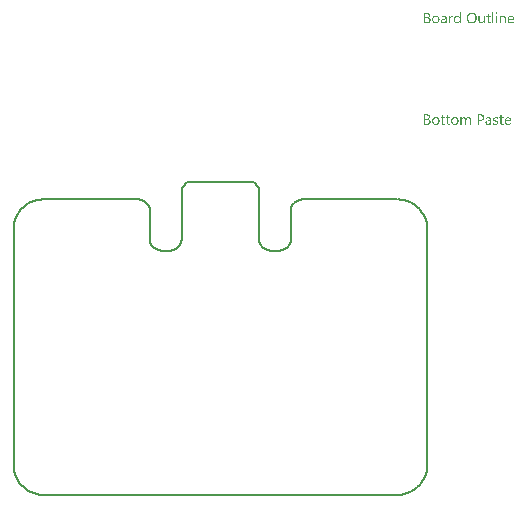
<source format=gbp>
G04*
G04 #@! TF.GenerationSoftware,Altium Limited,Altium Designer,21.9.2 (33)*
G04*
G04 Layer_Color=128*
%FSLAX42Y42*%
%MOMM*%
G71*
G04*
G04 #@! TF.SameCoordinates,C9CDC17D-2FD3-46DB-A318-01BEEBB1E299*
G04*
G04*
G04 #@! TF.FilePolarity,Positive*
G04*
G01*
G75*
%ADD15C,0.20*%
G36*
X5014Y4510D02*
X5015Y4509D01*
X5015Y4509D01*
X5016Y4509D01*
X5017Y4508D01*
X5018Y4508D01*
X5018Y4508D01*
X5018Y4507D01*
X5018Y4507D01*
X5019Y4506D01*
X5019Y4506D01*
X5019Y4505D01*
X5020Y4504D01*
X5020Y4503D01*
X5020Y4503D01*
X5020Y4503D01*
X5020Y4502D01*
X5019Y4501D01*
X5019Y4501D01*
X5019Y4500D01*
X5018Y4499D01*
X5018Y4498D01*
X5018Y4498D01*
X5017Y4498D01*
X5017Y4498D01*
X5016Y4497D01*
X5016Y4497D01*
X5015Y4497D01*
X5014Y4496D01*
X5013Y4496D01*
X5013Y4496D01*
X5012Y4496D01*
X5011Y4497D01*
X5011Y4497D01*
X5010Y4497D01*
X5009Y4498D01*
X5008Y4498D01*
X5008Y4498D01*
X5008Y4499D01*
X5008Y4499D01*
X5007Y4500D01*
X5007Y4500D01*
X5007Y4501D01*
X5006Y4502D01*
X5006Y4503D01*
X5006Y4503D01*
X5006Y4503D01*
X5006Y4504D01*
X5007Y4505D01*
X5007Y4505D01*
X5007Y4506D01*
X5008Y4507D01*
X5008Y4508D01*
X5008Y4508D01*
X5009Y4508D01*
X5009Y4508D01*
X5010Y4509D01*
X5010Y4509D01*
X5011Y4509D01*
X5012Y4510D01*
X5013Y4510D01*
X5013Y4510D01*
X5014Y4510D01*
X5014Y4510D02*
G37*
G36*
X4710Y4416D02*
X4700Y4416D01*
X4700Y4427D01*
X4700Y4427D01*
X4699Y4427D01*
X4699Y4427D01*
X4699Y4426D01*
X4698Y4425D01*
X4697Y4424D01*
X4697Y4423D01*
X4695Y4422D01*
X4694Y4421D01*
X4693Y4420D01*
X4691Y4419D01*
X4689Y4418D01*
X4687Y4417D01*
X4685Y4416D01*
X4683Y4416D01*
X4680Y4415D01*
X4678Y4415D01*
X4677Y4415D01*
X4676Y4415D01*
X4676Y4415D01*
X4675Y4415D01*
X4673Y4415D01*
X4672Y4416D01*
X4671Y4416D01*
X4669Y4416D01*
X4668Y4417D01*
X4666Y4418D01*
X4664Y4419D01*
X4663Y4420D01*
X4661Y4421D01*
X4660Y4422D01*
X4658Y4424D01*
X4658Y4424D01*
X4658Y4424D01*
X4658Y4424D01*
X4657Y4425D01*
X4657Y4426D01*
X4656Y4427D01*
X4655Y4428D01*
X4655Y4430D01*
X4654Y4431D01*
X4654Y4433D01*
X4653Y4435D01*
X4652Y4437D01*
X4652Y4439D01*
X4652Y4442D01*
X4651Y4444D01*
X4651Y4447D01*
X4651Y4447D01*
X4651Y4447D01*
X4651Y4447D01*
X4651Y4447D01*
X4651Y4448D01*
X4651Y4449D01*
X4651Y4451D01*
X4652Y4452D01*
X4652Y4454D01*
X4652Y4456D01*
X4653Y4458D01*
X4653Y4460D01*
X4654Y4462D01*
X4655Y4464D01*
X4655Y4466D01*
X4657Y4468D01*
X4658Y4470D01*
X4659Y4472D01*
X4659Y4472D01*
X4660Y4473D01*
X4660Y4473D01*
X4661Y4474D01*
X4661Y4474D01*
X4662Y4475D01*
X4664Y4476D01*
X4665Y4477D01*
X4666Y4478D01*
X4668Y4479D01*
X4670Y4480D01*
X4671Y4480D01*
X4674Y4481D01*
X4676Y4481D01*
X4678Y4482D01*
X4680Y4482D01*
X4681Y4482D01*
X4682Y4482D01*
X4683Y4482D01*
X4684Y4481D01*
X4685Y4481D01*
X4686Y4481D01*
X4688Y4480D01*
X4689Y4480D01*
X4691Y4479D01*
X4692Y4478D01*
X4694Y4477D01*
X4695Y4476D01*
X4697Y4475D01*
X4698Y4473D01*
X4700Y4471D01*
X4700Y4471D01*
X4700Y4511D01*
X4710Y4511D01*
X4710Y4416D01*
X4710Y4416D02*
G37*
G36*
X5071Y4482D02*
X5072Y4482D01*
X5073Y4481D01*
X5074Y4481D01*
X5075Y4481D01*
X5076Y4481D01*
X5077Y4481D01*
X5078Y4480D01*
X5080Y4480D01*
X5081Y4479D01*
X5082Y4478D01*
X5084Y4477D01*
X5085Y4476D01*
X5086Y4475D01*
X5086Y4475D01*
X5086Y4475D01*
X5086Y4474D01*
X5087Y4474D01*
X5087Y4473D01*
X5088Y4472D01*
X5088Y4471D01*
X5089Y4470D01*
X5089Y4469D01*
X5090Y4467D01*
X5090Y4466D01*
X5091Y4464D01*
X5091Y4462D01*
X5091Y4460D01*
X5091Y4458D01*
X5091Y4455D01*
X5091Y4416D01*
X5081Y4416D01*
X5081Y4453D01*
X5081Y4453D01*
X5081Y4453D01*
X5081Y4453D01*
X5081Y4454D01*
X5081Y4454D01*
X5081Y4455D01*
X5081Y4456D01*
X5081Y4458D01*
X5080Y4459D01*
X5080Y4461D01*
X5079Y4463D01*
X5079Y4465D01*
X5078Y4467D01*
X5076Y4468D01*
X5075Y4470D01*
X5073Y4471D01*
X5072Y4472D01*
X5071Y4472D01*
X5070Y4473D01*
X5069Y4473D01*
X5068Y4473D01*
X5066Y4473D01*
X5066Y4473D01*
X5065Y4473D01*
X5065Y4473D01*
X5064Y4473D01*
X5063Y4473D01*
X5062Y4472D01*
X5061Y4472D01*
X5060Y4472D01*
X5059Y4471D01*
X5058Y4471D01*
X5057Y4470D01*
X5056Y4469D01*
X5055Y4468D01*
X5054Y4467D01*
X5054Y4467D01*
X5054Y4467D01*
X5053Y4467D01*
X5053Y4466D01*
X5053Y4466D01*
X5052Y4465D01*
X5052Y4464D01*
X5051Y4463D01*
X5051Y4462D01*
X5050Y4461D01*
X5050Y4460D01*
X5050Y4459D01*
X5049Y4457D01*
X5049Y4456D01*
X5049Y4454D01*
X5049Y4453D01*
X5049Y4416D01*
X5039Y4416D01*
X5039Y4480D01*
X5049Y4480D01*
X5049Y4470D01*
X5049Y4470D01*
X5049Y4470D01*
X5049Y4470D01*
X5050Y4471D01*
X5050Y4472D01*
X5051Y4472D01*
X5052Y4473D01*
X5053Y4475D01*
X5054Y4476D01*
X5056Y4477D01*
X5057Y4478D01*
X5059Y4479D01*
X5061Y4480D01*
X5063Y4481D01*
X5065Y4481D01*
X5067Y4482D01*
X5070Y4482D01*
X5070Y4482D01*
X5071Y4482D01*
X5071Y4482D02*
G37*
G36*
X4640Y4481D02*
X4641Y4481D01*
X4642Y4481D01*
X4643Y4481D01*
X4644Y4481D01*
X4644Y4480D01*
X4644Y4470D01*
X4644Y4470D01*
X4644Y4470D01*
X4643Y4470D01*
X4643Y4471D01*
X4641Y4471D01*
X4640Y4472D01*
X4639Y4472D01*
X4637Y4472D01*
X4636Y4472D01*
X4636Y4472D01*
X4635Y4472D01*
X4634Y4472D01*
X4633Y4471D01*
X4632Y4471D01*
X4631Y4470D01*
X4630Y4470D01*
X4629Y4469D01*
X4628Y4469D01*
X4628Y4468D01*
X4627Y4467D01*
X4626Y4466D01*
X4626Y4466D01*
X4626Y4465D01*
X4625Y4465D01*
X4625Y4465D01*
X4625Y4464D01*
X4624Y4463D01*
X4624Y4462D01*
X4624Y4461D01*
X4623Y4460D01*
X4623Y4459D01*
X4622Y4458D01*
X4622Y4456D01*
X4622Y4454D01*
X4622Y4453D01*
X4621Y4451D01*
X4621Y4449D01*
X4621Y4416D01*
X4611Y4416D01*
X4611Y4480D01*
X4621Y4480D01*
X4621Y4467D01*
X4622Y4467D01*
X4622Y4467D01*
X4622Y4467D01*
X4622Y4468D01*
X4622Y4468D01*
X4622Y4469D01*
X4623Y4469D01*
X4623Y4471D01*
X4624Y4473D01*
X4625Y4474D01*
X4627Y4476D01*
X4628Y4478D01*
X4628Y4478D01*
X4629Y4478D01*
X4629Y4478D01*
X4629Y4478D01*
X4629Y4478D01*
X4630Y4479D01*
X4631Y4479D01*
X4633Y4480D01*
X4634Y4481D01*
X4636Y4481D01*
X4637Y4481D01*
X4638Y4481D01*
X4639Y4481D01*
X4640Y4481D01*
X4640Y4481D02*
G37*
G36*
X4913Y4416D02*
X4903Y4416D01*
X4903Y4427D01*
X4903Y4427D01*
X4903Y4426D01*
X4902Y4426D01*
X4902Y4425D01*
X4902Y4425D01*
X4901Y4424D01*
X4900Y4423D01*
X4899Y4422D01*
X4898Y4421D01*
X4897Y4420D01*
X4895Y4419D01*
X4894Y4418D01*
X4892Y4417D01*
X4890Y4416D01*
X4888Y4415D01*
X4885Y4415D01*
X4883Y4415D01*
X4882Y4415D01*
X4882Y4415D01*
X4882Y4415D01*
X4881Y4415D01*
X4880Y4415D01*
X4879Y4415D01*
X4878Y4416D01*
X4876Y4416D01*
X4874Y4417D01*
X4873Y4418D01*
X4872Y4418D01*
X4871Y4419D01*
X4870Y4420D01*
X4868Y4421D01*
X4867Y4422D01*
X4866Y4423D01*
X4865Y4424D01*
X4865Y4425D01*
X4864Y4426D01*
X4863Y4428D01*
X4862Y4430D01*
X4862Y4431D01*
X4861Y4433D01*
X4861Y4435D01*
X4860Y4437D01*
X4860Y4440D01*
X4860Y4442D01*
X4860Y4480D01*
X4870Y4480D01*
X4870Y4444D01*
X4870Y4444D01*
X4870Y4443D01*
X4870Y4443D01*
X4870Y4443D01*
X4870Y4442D01*
X4870Y4442D01*
X4871Y4441D01*
X4871Y4439D01*
X4871Y4437D01*
X4872Y4435D01*
X4872Y4434D01*
X4873Y4432D01*
X4874Y4430D01*
X4875Y4428D01*
X4877Y4427D01*
X4879Y4425D01*
X4880Y4425D01*
X4881Y4424D01*
X4882Y4424D01*
X4883Y4424D01*
X4884Y4424D01*
X4886Y4424D01*
X4887Y4424D01*
X4887Y4424D01*
X4888Y4424D01*
X4888Y4424D01*
X4889Y4424D01*
X4890Y4424D01*
X4891Y4424D01*
X4892Y4425D01*
X4893Y4425D01*
X4894Y4426D01*
X4895Y4427D01*
X4896Y4427D01*
X4897Y4428D01*
X4898Y4429D01*
X4898Y4429D01*
X4898Y4429D01*
X4899Y4430D01*
X4899Y4430D01*
X4899Y4431D01*
X4900Y4431D01*
X4900Y4432D01*
X4901Y4433D01*
X4901Y4434D01*
X4901Y4435D01*
X4902Y4436D01*
X4902Y4437D01*
X4902Y4439D01*
X4903Y4440D01*
X4903Y4442D01*
X4903Y4443D01*
X4903Y4480D01*
X4913Y4480D01*
X4913Y4416D01*
X4913Y4416D02*
G37*
G36*
X5018Y4416D02*
X5008Y4416D01*
X5008Y4480D01*
X5018Y4480D01*
X5018Y4416D01*
X5018Y4416D02*
G37*
G36*
X4987Y4416D02*
X4977Y4416D01*
X4977Y4511D01*
X4987Y4511D01*
X4987Y4416D01*
X4987Y4416D02*
G37*
G36*
X4570Y4482D02*
X4571Y4482D01*
X4572Y4482D01*
X4572Y4481D01*
X4573Y4481D01*
X4575Y4481D01*
X4577Y4480D01*
X4579Y4480D01*
X4581Y4479D01*
X4583Y4477D01*
X4584Y4477D01*
X4585Y4476D01*
X4586Y4475D01*
X4587Y4474D01*
X4588Y4473D01*
X4588Y4472D01*
X4589Y4470D01*
X4590Y4469D01*
X4590Y4467D01*
X4591Y4466D01*
X4591Y4464D01*
X4592Y4462D01*
X4592Y4460D01*
X4592Y4458D01*
X4592Y4416D01*
X4582Y4416D01*
X4582Y4426D01*
X4582Y4426D01*
X4581Y4426D01*
X4581Y4426D01*
X4581Y4425D01*
X4580Y4425D01*
X4580Y4424D01*
X4579Y4423D01*
X4578Y4422D01*
X4577Y4421D01*
X4575Y4420D01*
X4574Y4419D01*
X4572Y4418D01*
X4570Y4417D01*
X4569Y4416D01*
X4566Y4415D01*
X4564Y4415D01*
X4562Y4415D01*
X4561Y4415D01*
X4560Y4415D01*
X4560Y4415D01*
X4559Y4415D01*
X4558Y4415D01*
X4557Y4416D01*
X4554Y4416D01*
X4553Y4417D01*
X4552Y4417D01*
X4550Y4418D01*
X4549Y4418D01*
X4548Y4419D01*
X4547Y4420D01*
X4547Y4420D01*
X4547Y4420D01*
X4547Y4421D01*
X4546Y4421D01*
X4546Y4421D01*
X4545Y4422D01*
X4545Y4423D01*
X4544Y4424D01*
X4544Y4424D01*
X4543Y4426D01*
X4543Y4427D01*
X4543Y4428D01*
X4542Y4429D01*
X4542Y4430D01*
X4542Y4432D01*
X4542Y4433D01*
X4542Y4433D01*
X4542Y4434D01*
X4542Y4434D01*
X4542Y4434D01*
X4542Y4435D01*
X4542Y4435D01*
X4542Y4436D01*
X4542Y4438D01*
X4543Y4439D01*
X4543Y4441D01*
X4544Y4443D01*
X4545Y4445D01*
X4547Y4446D01*
X4548Y4447D01*
X4548Y4448D01*
X4550Y4449D01*
X4551Y4450D01*
X4552Y4450D01*
X4553Y4451D01*
X4554Y4452D01*
X4556Y4452D01*
X4557Y4453D01*
X4559Y4453D01*
X4561Y4454D01*
X4563Y4454D01*
X4582Y4457D01*
X4582Y4457D01*
X4582Y4457D01*
X4582Y4457D01*
X4582Y4458D01*
X4582Y4458D01*
X4582Y4459D01*
X4581Y4461D01*
X4581Y4462D01*
X4581Y4463D01*
X4580Y4465D01*
X4579Y4466D01*
X4579Y4468D01*
X4578Y4469D01*
X4576Y4471D01*
X4575Y4472D01*
X4573Y4472D01*
X4572Y4473D01*
X4571Y4473D01*
X4570Y4473D01*
X4569Y4473D01*
X4568Y4473D01*
X4568Y4473D01*
X4567Y4473D01*
X4566Y4473D01*
X4565Y4473D01*
X4563Y4472D01*
X4562Y4472D01*
X4560Y4472D01*
X4559Y4471D01*
X4557Y4471D01*
X4555Y4470D01*
X4553Y4469D01*
X4551Y4468D01*
X4550Y4467D01*
X4548Y4465D01*
X4548Y4476D01*
X4548Y4476D01*
X4548Y4476D01*
X4549Y4476D01*
X4550Y4477D01*
X4550Y4477D01*
X4551Y4478D01*
X4553Y4478D01*
X4554Y4479D01*
X4556Y4479D01*
X4557Y4480D01*
X4559Y4480D01*
X4561Y4481D01*
X4563Y4481D01*
X4565Y4481D01*
X4567Y4482D01*
X4570Y4482D01*
X4570Y4482D01*
X4570Y4482D01*
X4570Y4482D02*
G37*
G36*
X4427Y4506D02*
X4428Y4506D01*
X4429Y4505D01*
X4431Y4505D01*
X4432Y4505D01*
X4433Y4505D01*
X4435Y4504D01*
X4436Y4504D01*
X4438Y4503D01*
X4440Y4503D01*
X4441Y4502D01*
X4442Y4501D01*
X4444Y4500D01*
X4444Y4500D01*
X4444Y4500D01*
X4444Y4499D01*
X4445Y4499D01*
X4445Y4498D01*
X4446Y4498D01*
X4446Y4497D01*
X4447Y4496D01*
X4448Y4495D01*
X4448Y4494D01*
X4449Y4493D01*
X4449Y4491D01*
X4450Y4490D01*
X4450Y4489D01*
X4450Y4487D01*
X4450Y4485D01*
X4450Y4485D01*
X4450Y4485D01*
X4450Y4485D01*
X4450Y4484D01*
X4450Y4483D01*
X4450Y4483D01*
X4450Y4482D01*
X4450Y4481D01*
X4449Y4479D01*
X4449Y4477D01*
X4448Y4475D01*
X4448Y4474D01*
X4447Y4473D01*
X4446Y4472D01*
X4446Y4472D01*
X4446Y4472D01*
X4446Y4472D01*
X4446Y4471D01*
X4445Y4471D01*
X4445Y4470D01*
X4444Y4470D01*
X4443Y4469D01*
X4443Y4468D01*
X4442Y4468D01*
X4441Y4467D01*
X4440Y4466D01*
X4439Y4466D01*
X4438Y4465D01*
X4435Y4464D01*
X4435Y4464D01*
X4435Y4464D01*
X4435Y4464D01*
X4436Y4464D01*
X4437Y4464D01*
X4437Y4464D01*
X4438Y4463D01*
X4439Y4463D01*
X4440Y4463D01*
X4443Y4462D01*
X4444Y4461D01*
X4445Y4461D01*
X4446Y4460D01*
X4447Y4459D01*
X4449Y4458D01*
X4450Y4457D01*
X4450Y4457D01*
X4450Y4457D01*
X4450Y4457D01*
X4450Y4456D01*
X4451Y4455D01*
X4451Y4455D01*
X4452Y4454D01*
X4452Y4453D01*
X4453Y4452D01*
X4453Y4451D01*
X4454Y4450D01*
X4454Y4448D01*
X4454Y4447D01*
X4455Y4445D01*
X4455Y4444D01*
X4455Y4442D01*
X4455Y4442D01*
X4455Y4442D01*
X4455Y4441D01*
X4455Y4440D01*
X4455Y4439D01*
X4454Y4438D01*
X4454Y4437D01*
X4454Y4435D01*
X4453Y4434D01*
X4453Y4433D01*
X4452Y4431D01*
X4451Y4429D01*
X4451Y4428D01*
X4449Y4426D01*
X4448Y4425D01*
X4447Y4424D01*
X4447Y4423D01*
X4446Y4423D01*
X4446Y4423D01*
X4445Y4422D01*
X4444Y4422D01*
X4443Y4421D01*
X4442Y4421D01*
X4441Y4420D01*
X4440Y4419D01*
X4438Y4419D01*
X4436Y4418D01*
X4434Y4418D01*
X4432Y4417D01*
X4430Y4417D01*
X4428Y4417D01*
X4426Y4416D01*
X4400Y4416D01*
X4400Y4506D01*
X4426Y4506D01*
X4427Y4506D01*
X4427Y4506D02*
G37*
G36*
X4947Y4480D02*
X4963Y4480D01*
X4963Y4471D01*
X4947Y4471D01*
X4947Y4436D01*
X4947Y4435D01*
X4947Y4435D01*
X4947Y4435D01*
X4947Y4435D01*
X4947Y4434D01*
X4947Y4433D01*
X4948Y4432D01*
X4948Y4430D01*
X4948Y4429D01*
X4949Y4428D01*
X4949Y4427D01*
X4949Y4426D01*
X4949Y4426D01*
X4950Y4426D01*
X4950Y4426D01*
X4951Y4425D01*
X4952Y4424D01*
X4953Y4424D01*
X4955Y4424D01*
X4957Y4424D01*
X4957Y4424D01*
X4958Y4424D01*
X4959Y4424D01*
X4960Y4424D01*
X4961Y4424D01*
X4962Y4425D01*
X4963Y4426D01*
X4963Y4417D01*
X4963Y4417D01*
X4963Y4417D01*
X4963Y4417D01*
X4963Y4417D01*
X4962Y4416D01*
X4961Y4416D01*
X4959Y4416D01*
X4958Y4415D01*
X4956Y4415D01*
X4954Y4415D01*
X4953Y4415D01*
X4952Y4415D01*
X4951Y4415D01*
X4950Y4416D01*
X4948Y4416D01*
X4947Y4417D01*
X4945Y4418D01*
X4944Y4418D01*
X4942Y4420D01*
X4941Y4421D01*
X4940Y4422D01*
X4940Y4423D01*
X4939Y4424D01*
X4939Y4425D01*
X4938Y4426D01*
X4938Y4428D01*
X4937Y4429D01*
X4937Y4430D01*
X4937Y4432D01*
X4937Y4434D01*
X4937Y4471D01*
X4926Y4471D01*
X4926Y4480D01*
X4937Y4480D01*
X4937Y4496D01*
X4947Y4499D01*
X4947Y4480D01*
X4947Y4480D02*
G37*
G36*
X5137Y4482D02*
X5138Y4482D01*
X5139Y4481D01*
X5140Y4481D01*
X5141Y4481D01*
X5143Y4481D01*
X5144Y4480D01*
X5146Y4480D01*
X5147Y4479D01*
X5149Y4478D01*
X5151Y4477D01*
X5152Y4476D01*
X5154Y4475D01*
X5155Y4474D01*
X5155Y4473D01*
X5155Y4473D01*
X5156Y4473D01*
X5156Y4472D01*
X5157Y4471D01*
X5157Y4470D01*
X5158Y4469D01*
X5158Y4468D01*
X5159Y4466D01*
X5160Y4465D01*
X5160Y4463D01*
X5161Y4461D01*
X5161Y4458D01*
X5162Y4456D01*
X5162Y4454D01*
X5162Y4451D01*
X5162Y4446D01*
X5117Y4446D01*
X5117Y4446D01*
X5117Y4445D01*
X5117Y4445D01*
X5117Y4444D01*
X5117Y4443D01*
X5117Y4442D01*
X5117Y4441D01*
X5118Y4440D01*
X5118Y4437D01*
X5119Y4436D01*
X5119Y4434D01*
X5120Y4433D01*
X5121Y4432D01*
X5122Y4430D01*
X5123Y4429D01*
X5123Y4429D01*
X5123Y4429D01*
X5123Y4429D01*
X5124Y4428D01*
X5124Y4428D01*
X5125Y4427D01*
X5126Y4427D01*
X5127Y4426D01*
X5128Y4426D01*
X5129Y4425D01*
X5130Y4425D01*
X5131Y4424D01*
X5133Y4424D01*
X5134Y4424D01*
X5136Y4424D01*
X5138Y4424D01*
X5138Y4424D01*
X5139Y4424D01*
X5139Y4424D01*
X5140Y4424D01*
X5142Y4424D01*
X5143Y4424D01*
X5144Y4424D01*
X5146Y4425D01*
X5147Y4425D01*
X5149Y4426D01*
X5151Y4427D01*
X5152Y4427D01*
X5154Y4428D01*
X5156Y4429D01*
X5157Y4431D01*
X5157Y4421D01*
X5157Y4421D01*
X5157Y4421D01*
X5157Y4420D01*
X5156Y4420D01*
X5155Y4420D01*
X5154Y4419D01*
X5153Y4419D01*
X5152Y4418D01*
X5150Y4417D01*
X5148Y4417D01*
X5147Y4416D01*
X5145Y4416D01*
X5142Y4416D01*
X5140Y4415D01*
X5138Y4415D01*
X5135Y4415D01*
X5135Y4415D01*
X5134Y4415D01*
X5133Y4415D01*
X5132Y4415D01*
X5131Y4415D01*
X5129Y4416D01*
X5128Y4416D01*
X5126Y4417D01*
X5124Y4417D01*
X5122Y4418D01*
X5121Y4419D01*
X5119Y4420D01*
X5117Y4421D01*
X5116Y4422D01*
X5114Y4424D01*
X5114Y4424D01*
X5114Y4424D01*
X5113Y4425D01*
X5113Y4425D01*
X5112Y4426D01*
X5112Y4427D01*
X5111Y4428D01*
X5110Y4430D01*
X5110Y4432D01*
X5109Y4433D01*
X5108Y4435D01*
X5108Y4438D01*
X5107Y4440D01*
X5107Y4442D01*
X5106Y4445D01*
X5106Y4448D01*
X5106Y4448D01*
X5106Y4448D01*
X5106Y4448D01*
X5106Y4449D01*
X5106Y4449D01*
X5107Y4451D01*
X5107Y4452D01*
X5107Y4453D01*
X5107Y4455D01*
X5107Y4457D01*
X5108Y4459D01*
X5108Y4461D01*
X5109Y4463D01*
X5110Y4465D01*
X5111Y4467D01*
X5112Y4469D01*
X5113Y4470D01*
X5115Y4472D01*
X5115Y4472D01*
X5115Y4473D01*
X5116Y4473D01*
X5116Y4474D01*
X5117Y4474D01*
X5118Y4475D01*
X5119Y4476D01*
X5121Y4477D01*
X5122Y4478D01*
X5124Y4479D01*
X5125Y4480D01*
X5127Y4480D01*
X5129Y4481D01*
X5131Y4481D01*
X5133Y4482D01*
X5136Y4482D01*
X5136Y4482D01*
X5137Y4482D01*
X5137Y4482D02*
G37*
G36*
X4806Y4507D02*
X4806Y4507D01*
X4807Y4507D01*
X4807Y4507D01*
X4809Y4507D01*
X4811Y4507D01*
X4813Y4506D01*
X4815Y4506D01*
X4817Y4505D01*
X4820Y4504D01*
X4822Y4503D01*
X4825Y4502D01*
X4827Y4501D01*
X4830Y4499D01*
X4832Y4497D01*
X4834Y4495D01*
X4834Y4495D01*
X4835Y4494D01*
X4835Y4493D01*
X4836Y4492D01*
X4837Y4491D01*
X4838Y4490D01*
X4839Y4488D01*
X4840Y4486D01*
X4841Y4484D01*
X4842Y4481D01*
X4843Y4479D01*
X4844Y4476D01*
X4844Y4473D01*
X4845Y4469D01*
X4845Y4466D01*
X4845Y4462D01*
X4845Y4462D01*
X4845Y4462D01*
X4845Y4462D01*
X4845Y4461D01*
X4845Y4461D01*
X4845Y4460D01*
X4845Y4459D01*
X4845Y4459D01*
X4845Y4458D01*
X4845Y4457D01*
X4845Y4455D01*
X4844Y4452D01*
X4844Y4450D01*
X4843Y4447D01*
X4843Y4444D01*
X4842Y4441D01*
X4841Y4438D01*
X4839Y4436D01*
X4838Y4433D01*
X4836Y4430D01*
X4834Y4428D01*
X4834Y4427D01*
X4833Y4427D01*
X4833Y4426D01*
X4832Y4426D01*
X4830Y4425D01*
X4829Y4424D01*
X4828Y4423D01*
X4826Y4421D01*
X4824Y4420D01*
X4821Y4419D01*
X4819Y4418D01*
X4816Y4417D01*
X4813Y4416D01*
X4810Y4416D01*
X4806Y4415D01*
X4803Y4415D01*
X4802Y4415D01*
X4802Y4415D01*
X4801Y4415D01*
X4800Y4415D01*
X4800Y4415D01*
X4798Y4415D01*
X4796Y4416D01*
X4794Y4416D01*
X4792Y4417D01*
X4790Y4417D01*
X4787Y4418D01*
X4785Y4419D01*
X4782Y4420D01*
X4779Y4422D01*
X4777Y4423D01*
X4775Y4425D01*
X4772Y4427D01*
X4772Y4428D01*
X4772Y4428D01*
X4771Y4429D01*
X4771Y4430D01*
X4770Y4431D01*
X4769Y4433D01*
X4768Y4434D01*
X4767Y4436D01*
X4766Y4438D01*
X4765Y4441D01*
X4764Y4444D01*
X4763Y4446D01*
X4762Y4450D01*
X4762Y4453D01*
X4761Y4456D01*
X4761Y4460D01*
X4761Y4460D01*
X4761Y4460D01*
X4761Y4461D01*
X4761Y4461D01*
X4761Y4462D01*
X4761Y4462D01*
X4761Y4463D01*
X4761Y4464D01*
X4761Y4464D01*
X4761Y4465D01*
X4762Y4468D01*
X4762Y4470D01*
X4763Y4472D01*
X4763Y4475D01*
X4764Y4478D01*
X4765Y4481D01*
X4766Y4484D01*
X4767Y4486D01*
X4769Y4489D01*
X4771Y4492D01*
X4773Y4494D01*
X4773Y4495D01*
X4773Y4495D01*
X4774Y4496D01*
X4775Y4496D01*
X4776Y4497D01*
X4777Y4498D01*
X4779Y4500D01*
X4781Y4501D01*
X4783Y4502D01*
X4786Y4503D01*
X4788Y4504D01*
X4791Y4505D01*
X4794Y4506D01*
X4797Y4507D01*
X4801Y4507D01*
X4804Y4507D01*
X4805Y4507D01*
X4806Y4507D01*
X4806Y4507D02*
G37*
G36*
X4501Y4482D02*
X4502Y4482D01*
X4503Y4481D01*
X4505Y4481D01*
X4506Y4481D01*
X4508Y4481D01*
X4510Y4480D01*
X4512Y4480D01*
X4513Y4479D01*
X4515Y4478D01*
X4517Y4477D01*
X4519Y4476D01*
X4520Y4474D01*
X4522Y4473D01*
X4522Y4473D01*
X4522Y4473D01*
X4523Y4472D01*
X4523Y4471D01*
X4524Y4470D01*
X4525Y4469D01*
X4525Y4468D01*
X4526Y4467D01*
X4527Y4465D01*
X4528Y4463D01*
X4528Y4461D01*
X4529Y4459D01*
X4529Y4457D01*
X4530Y4454D01*
X4530Y4451D01*
X4530Y4449D01*
X4530Y4449D01*
X4530Y4448D01*
X4530Y4448D01*
X4530Y4448D01*
X4530Y4447D01*
X4530Y4446D01*
X4530Y4445D01*
X4530Y4443D01*
X4529Y4442D01*
X4529Y4440D01*
X4528Y4438D01*
X4528Y4436D01*
X4527Y4434D01*
X4526Y4432D01*
X4525Y4430D01*
X4524Y4428D01*
X4523Y4426D01*
X4521Y4424D01*
X4521Y4424D01*
X4521Y4424D01*
X4521Y4423D01*
X4520Y4423D01*
X4519Y4422D01*
X4518Y4421D01*
X4517Y4420D01*
X4515Y4420D01*
X4514Y4419D01*
X4512Y4418D01*
X4510Y4417D01*
X4508Y4416D01*
X4506Y4416D01*
X4503Y4415D01*
X4501Y4415D01*
X4498Y4415D01*
X4498Y4415D01*
X4497Y4415D01*
X4496Y4415D01*
X4495Y4415D01*
X4493Y4415D01*
X4492Y4416D01*
X4490Y4416D01*
X4488Y4417D01*
X4487Y4417D01*
X4485Y4418D01*
X4483Y4419D01*
X4481Y4420D01*
X4479Y4421D01*
X4477Y4422D01*
X4476Y4424D01*
X4476Y4424D01*
X4475Y4424D01*
X4475Y4425D01*
X4474Y4426D01*
X4474Y4426D01*
X4473Y4427D01*
X4472Y4429D01*
X4472Y4430D01*
X4471Y4432D01*
X4470Y4434D01*
X4469Y4436D01*
X4469Y4438D01*
X4468Y4440D01*
X4468Y4442D01*
X4467Y4445D01*
X4467Y4448D01*
X4467Y4448D01*
X4467Y4448D01*
X4467Y4448D01*
X4467Y4448D01*
X4467Y4449D01*
X4467Y4450D01*
X4468Y4452D01*
X4468Y4453D01*
X4468Y4455D01*
X4468Y4457D01*
X4469Y4459D01*
X4469Y4461D01*
X4470Y4463D01*
X4471Y4465D01*
X4472Y4467D01*
X4473Y4469D01*
X4474Y4471D01*
X4476Y4473D01*
X4476Y4473D01*
X4476Y4473D01*
X4477Y4474D01*
X4478Y4474D01*
X4479Y4475D01*
X4480Y4476D01*
X4481Y4476D01*
X4482Y4477D01*
X4484Y4478D01*
X4486Y4479D01*
X4488Y4480D01*
X4490Y4480D01*
X4492Y4481D01*
X4494Y4481D01*
X4497Y4482D01*
X4500Y4482D01*
X4500Y4482D01*
X4501Y4482D01*
X4501Y4482D02*
G37*
G36*
X5010Y3622D02*
X5011Y3622D01*
X5012Y3622D01*
X5013Y3621D01*
X5014Y3621D01*
X5016Y3621D01*
X5019Y3620D01*
X5021Y3620D01*
X5024Y3619D01*
X5024Y3608D01*
X5024Y3609D01*
X5024Y3609D01*
X5023Y3609D01*
X5023Y3609D01*
X5022Y3610D01*
X5021Y3610D01*
X5020Y3610D01*
X5019Y3611D01*
X5018Y3611D01*
X5017Y3612D01*
X5016Y3612D01*
X5014Y3612D01*
X5013Y3613D01*
X5011Y3613D01*
X5009Y3613D01*
X5008Y3613D01*
X5007Y3613D01*
X5006Y3613D01*
X5005Y3613D01*
X5004Y3613D01*
X5003Y3612D01*
X5002Y3612D01*
X5002Y3612D01*
X5002Y3612D01*
X5001Y3612D01*
X5000Y3611D01*
X4999Y3611D01*
X4999Y3610D01*
X4998Y3610D01*
X4998Y3610D01*
X4998Y3610D01*
X4997Y3609D01*
X4996Y3608D01*
X4996Y3608D01*
X4996Y3607D01*
X4996Y3607D01*
X4996Y3607D01*
X4995Y3606D01*
X4995Y3606D01*
X4995Y3605D01*
X4995Y3604D01*
X4995Y3604D01*
X4995Y3604D01*
X4995Y3603D01*
X4995Y3603D01*
X4995Y3602D01*
X4996Y3601D01*
X4996Y3601D01*
X4996Y3600D01*
X4996Y3600D01*
X4996Y3600D01*
X4996Y3599D01*
X4997Y3599D01*
X4997Y3598D01*
X4998Y3598D01*
X4999Y3597D01*
X4999Y3597D01*
X4999Y3597D01*
X4999Y3596D01*
X5000Y3596D01*
X5000Y3596D01*
X5001Y3595D01*
X5002Y3595D01*
X5003Y3595D01*
X5003Y3594D01*
X5003Y3594D01*
X5004Y3594D01*
X5005Y3594D01*
X5005Y3594D01*
X5006Y3593D01*
X5007Y3593D01*
X5009Y3592D01*
X5009Y3592D01*
X5009Y3592D01*
X5009Y3592D01*
X5009Y3592D01*
X5010Y3592D01*
X5011Y3591D01*
X5012Y3591D01*
X5014Y3590D01*
X5015Y3590D01*
X5016Y3589D01*
X5016Y3589D01*
X5016Y3589D01*
X5017Y3589D01*
X5017Y3588D01*
X5018Y3588D01*
X5019Y3587D01*
X5020Y3587D01*
X5021Y3586D01*
X5022Y3585D01*
X5022Y3585D01*
X5022Y3585D01*
X5023Y3584D01*
X5023Y3584D01*
X5024Y3583D01*
X5024Y3582D01*
X5025Y3581D01*
X5026Y3580D01*
X5026Y3580D01*
X5026Y3580D01*
X5026Y3579D01*
X5026Y3578D01*
X5026Y3577D01*
X5027Y3576D01*
X5027Y3575D01*
X5027Y3574D01*
X5027Y3573D01*
X5027Y3573D01*
X5027Y3573D01*
X5027Y3573D01*
X5027Y3572D01*
X5027Y3571D01*
X5026Y3569D01*
X5026Y3568D01*
X5025Y3567D01*
X5025Y3565D01*
X5025Y3565D01*
X5024Y3565D01*
X5024Y3564D01*
X5023Y3563D01*
X5022Y3562D01*
X5021Y3561D01*
X5020Y3560D01*
X5019Y3559D01*
X5019Y3559D01*
X5018Y3559D01*
X5018Y3559D01*
X5017Y3558D01*
X5016Y3558D01*
X5014Y3557D01*
X5013Y3557D01*
X5011Y3556D01*
X5011Y3556D01*
X5011Y3556D01*
X5011Y3556D01*
X5010Y3556D01*
X5010Y3556D01*
X5009Y3556D01*
X5008Y3556D01*
X5007Y3555D01*
X5005Y3555D01*
X5003Y3555D01*
X5002Y3555D01*
X5001Y3555D01*
X5000Y3555D01*
X4999Y3555D01*
X4998Y3555D01*
X4997Y3555D01*
X4996Y3555D01*
X4994Y3556D01*
X4993Y3556D01*
X4990Y3557D01*
X4987Y3558D01*
X4986Y3558D01*
X4985Y3559D01*
X4985Y3570D01*
X4985Y3570D01*
X4985Y3569D01*
X4985Y3569D01*
X4986Y3569D01*
X4987Y3568D01*
X4988Y3568D01*
X4989Y3567D01*
X4990Y3567D01*
X4991Y3566D01*
X4993Y3566D01*
X4994Y3565D01*
X4996Y3564D01*
X4998Y3564D01*
X4999Y3564D01*
X5001Y3564D01*
X5003Y3564D01*
X5003Y3564D01*
X5004Y3564D01*
X5005Y3564D01*
X5006Y3564D01*
X5007Y3564D01*
X5008Y3564D01*
X5010Y3565D01*
X5011Y3565D01*
X5012Y3566D01*
X5013Y3566D01*
X5014Y3567D01*
X5015Y3568D01*
X5016Y3570D01*
X5016Y3571D01*
X5016Y3572D01*
X5016Y3573D01*
X5016Y3573D01*
X5016Y3573D01*
X5016Y3573D01*
X5016Y3574D01*
X5016Y3575D01*
X5016Y3575D01*
X5016Y3576D01*
X5015Y3577D01*
X5015Y3577D01*
X5015Y3577D01*
X5015Y3577D01*
X5014Y3578D01*
X5014Y3578D01*
X5013Y3579D01*
X5013Y3579D01*
X5012Y3580D01*
X5012Y3580D01*
X5012Y3580D01*
X5011Y3580D01*
X5011Y3581D01*
X5010Y3581D01*
X5009Y3582D01*
X5008Y3582D01*
X5007Y3582D01*
X5007Y3582D01*
X5007Y3583D01*
X5006Y3583D01*
X5006Y3583D01*
X5005Y3583D01*
X5004Y3584D01*
X5003Y3584D01*
X5002Y3585D01*
X5002Y3585D01*
X5002Y3585D01*
X5001Y3585D01*
X5001Y3585D01*
X5000Y3585D01*
X4999Y3586D01*
X4998Y3586D01*
X4997Y3587D01*
X4996Y3587D01*
X4994Y3588D01*
X4994Y3588D01*
X4994Y3588D01*
X4993Y3589D01*
X4992Y3589D01*
X4992Y3590D01*
X4991Y3590D01*
X4990Y3591D01*
X4989Y3592D01*
X4989Y3592D01*
X4989Y3592D01*
X4988Y3593D01*
X4988Y3593D01*
X4987Y3594D01*
X4987Y3595D01*
X4986Y3596D01*
X4986Y3597D01*
X4986Y3597D01*
X4986Y3597D01*
X4985Y3598D01*
X4985Y3599D01*
X4985Y3600D01*
X4985Y3601D01*
X4985Y3602D01*
X4985Y3603D01*
X4985Y3603D01*
X4985Y3604D01*
X4985Y3604D01*
X4985Y3604D01*
X4985Y3605D01*
X4985Y3606D01*
X4985Y3607D01*
X4986Y3609D01*
X4986Y3610D01*
X4987Y3611D01*
X4987Y3611D01*
X4987Y3611D01*
X4987Y3612D01*
X4988Y3612D01*
X4988Y3613D01*
X4989Y3614D01*
X4990Y3615D01*
X4991Y3616D01*
X4992Y3617D01*
X4992Y3617D01*
X4992Y3617D01*
X4993Y3617D01*
X4994Y3618D01*
X4994Y3618D01*
X4996Y3619D01*
X4997Y3619D01*
X4998Y3620D01*
X5000Y3620D01*
X5000Y3620D01*
X5000Y3621D01*
X5000Y3621D01*
X5001Y3621D01*
X5001Y3621D01*
X5002Y3621D01*
X5003Y3621D01*
X5004Y3621D01*
X5006Y3622D01*
X5007Y3622D01*
X5009Y3622D01*
X5010Y3622D01*
X5010Y3622D01*
X5010Y3622D02*
G37*
G36*
X4778Y3622D02*
X4778Y3622D01*
X4779Y3622D01*
X4780Y3621D01*
X4782Y3621D01*
X4784Y3620D01*
X4785Y3620D01*
X4787Y3618D01*
X4788Y3618D01*
X4789Y3617D01*
X4790Y3616D01*
X4791Y3615D01*
X4792Y3614D01*
X4793Y3613D01*
X4794Y3612D01*
X4795Y3611D01*
X4795Y3609D01*
X4796Y3608D01*
X4797Y3606D01*
X4797Y3604D01*
X4797Y3602D01*
X4798Y3600D01*
X4798Y3598D01*
X4798Y3596D01*
X4798Y3556D01*
X4788Y3556D01*
X4788Y3593D01*
X4788Y3593D01*
X4788Y3594D01*
X4788Y3594D01*
X4788Y3595D01*
X4788Y3596D01*
X4788Y3597D01*
X4787Y3598D01*
X4787Y3599D01*
X4787Y3601D01*
X4786Y3604D01*
X4786Y3605D01*
X4786Y3606D01*
X4785Y3607D01*
X4784Y3608D01*
X4784Y3608D01*
X4784Y3609D01*
X4784Y3609D01*
X4784Y3609D01*
X4783Y3609D01*
X4783Y3610D01*
X4782Y3610D01*
X4782Y3611D01*
X4781Y3611D01*
X4780Y3612D01*
X4779Y3612D01*
X4778Y3612D01*
X4777Y3613D01*
X4776Y3613D01*
X4775Y3613D01*
X4773Y3613D01*
X4773Y3613D01*
X4772Y3613D01*
X4772Y3613D01*
X4771Y3613D01*
X4770Y3612D01*
X4769Y3612D01*
X4768Y3612D01*
X4767Y3611D01*
X4766Y3611D01*
X4765Y3610D01*
X4764Y3609D01*
X4763Y3608D01*
X4762Y3607D01*
X4762Y3607D01*
X4762Y3607D01*
X4762Y3606D01*
X4762Y3606D01*
X4761Y3605D01*
X4761Y3605D01*
X4760Y3604D01*
X4760Y3603D01*
X4760Y3602D01*
X4759Y3601D01*
X4759Y3600D01*
X4759Y3599D01*
X4758Y3597D01*
X4758Y3596D01*
X4758Y3594D01*
X4758Y3593D01*
X4758Y3556D01*
X4748Y3556D01*
X4748Y3594D01*
X4748Y3594D01*
X4748Y3595D01*
X4748Y3595D01*
X4748Y3595D01*
X4748Y3596D01*
X4748Y3596D01*
X4747Y3597D01*
X4747Y3599D01*
X4747Y3600D01*
X4746Y3602D01*
X4746Y3604D01*
X4745Y3605D01*
X4744Y3607D01*
X4743Y3609D01*
X4741Y3610D01*
X4740Y3611D01*
X4739Y3612D01*
X4738Y3612D01*
X4737Y3613D01*
X4736Y3613D01*
X4734Y3613D01*
X4733Y3613D01*
X4732Y3613D01*
X4732Y3613D01*
X4731Y3613D01*
X4731Y3613D01*
X4729Y3612D01*
X4728Y3612D01*
X4727Y3612D01*
X4727Y3611D01*
X4726Y3611D01*
X4725Y3610D01*
X4724Y3609D01*
X4723Y3608D01*
X4722Y3607D01*
X4722Y3607D01*
X4722Y3607D01*
X4722Y3607D01*
X4721Y3606D01*
X4721Y3606D01*
X4721Y3605D01*
X4720Y3604D01*
X4720Y3604D01*
X4719Y3602D01*
X4719Y3601D01*
X4719Y3600D01*
X4718Y3599D01*
X4718Y3598D01*
X4718Y3596D01*
X4718Y3594D01*
X4718Y3593D01*
X4718Y3556D01*
X4707Y3556D01*
X4707Y3620D01*
X4718Y3620D01*
X4718Y3610D01*
X4718Y3610D01*
X4718Y3610D01*
X4718Y3611D01*
X4719Y3611D01*
X4719Y3612D01*
X4720Y3613D01*
X4721Y3614D01*
X4722Y3615D01*
X4723Y3616D01*
X4724Y3617D01*
X4726Y3618D01*
X4727Y3619D01*
X4729Y3620D01*
X4731Y3621D01*
X4733Y3621D01*
X4735Y3622D01*
X4738Y3622D01*
X4738Y3622D01*
X4739Y3622D01*
X4739Y3622D01*
X4740Y3622D01*
X4741Y3621D01*
X4742Y3621D01*
X4743Y3621D01*
X4745Y3620D01*
X4747Y3619D01*
X4748Y3619D01*
X4749Y3618D01*
X4749Y3618D01*
X4749Y3618D01*
X4749Y3618D01*
X4750Y3617D01*
X4751Y3617D01*
X4752Y3616D01*
X4753Y3614D01*
X4754Y3612D01*
X4755Y3611D01*
X4756Y3608D01*
X4756Y3609D01*
X4756Y3609D01*
X4756Y3610D01*
X4757Y3610D01*
X4758Y3612D01*
X4759Y3613D01*
X4760Y3614D01*
X4761Y3615D01*
X4762Y3616D01*
X4764Y3618D01*
X4766Y3619D01*
X4768Y3620D01*
X4770Y3620D01*
X4772Y3621D01*
X4774Y3622D01*
X4777Y3622D01*
X4777Y3622D01*
X4778Y3622D01*
X4778Y3622D02*
G37*
G36*
X4948Y3622D02*
X4948Y3622D01*
X4949Y3622D01*
X4949Y3621D01*
X4950Y3621D01*
X4952Y3621D01*
X4954Y3620D01*
X4956Y3620D01*
X4958Y3619D01*
X4960Y3617D01*
X4961Y3617D01*
X4962Y3616D01*
X4963Y3615D01*
X4964Y3614D01*
X4965Y3613D01*
X4966Y3612D01*
X4966Y3610D01*
X4967Y3609D01*
X4968Y3607D01*
X4968Y3606D01*
X4969Y3604D01*
X4969Y3602D01*
X4969Y3600D01*
X4969Y3598D01*
X4969Y3556D01*
X4959Y3556D01*
X4959Y3566D01*
X4959Y3566D01*
X4959Y3566D01*
X4958Y3566D01*
X4958Y3565D01*
X4957Y3565D01*
X4957Y3564D01*
X4956Y3563D01*
X4955Y3562D01*
X4954Y3561D01*
X4952Y3560D01*
X4951Y3559D01*
X4949Y3558D01*
X4948Y3557D01*
X4946Y3556D01*
X4944Y3555D01*
X4941Y3555D01*
X4939Y3555D01*
X4938Y3555D01*
X4938Y3555D01*
X4937Y3555D01*
X4936Y3555D01*
X4935Y3555D01*
X4934Y3556D01*
X4931Y3556D01*
X4930Y3557D01*
X4929Y3557D01*
X4928Y3558D01*
X4926Y3558D01*
X4925Y3559D01*
X4924Y3560D01*
X4924Y3560D01*
X4924Y3560D01*
X4924Y3561D01*
X4923Y3561D01*
X4923Y3561D01*
X4923Y3562D01*
X4922Y3563D01*
X4922Y3564D01*
X4921Y3564D01*
X4921Y3566D01*
X4920Y3567D01*
X4920Y3568D01*
X4919Y3569D01*
X4919Y3570D01*
X4919Y3572D01*
X4919Y3573D01*
X4919Y3573D01*
X4919Y3574D01*
X4919Y3574D01*
X4919Y3574D01*
X4919Y3575D01*
X4919Y3575D01*
X4919Y3576D01*
X4919Y3578D01*
X4920Y3579D01*
X4921Y3581D01*
X4922Y3583D01*
X4923Y3585D01*
X4924Y3586D01*
X4925Y3587D01*
X4926Y3588D01*
X4927Y3589D01*
X4928Y3590D01*
X4929Y3590D01*
X4930Y3591D01*
X4932Y3592D01*
X4933Y3592D01*
X4935Y3593D01*
X4936Y3593D01*
X4938Y3594D01*
X4940Y3594D01*
X4959Y3597D01*
X4959Y3597D01*
X4959Y3597D01*
X4959Y3597D01*
X4959Y3598D01*
X4959Y3598D01*
X4959Y3599D01*
X4959Y3601D01*
X4958Y3602D01*
X4958Y3603D01*
X4957Y3605D01*
X4957Y3606D01*
X4956Y3608D01*
X4955Y3609D01*
X4953Y3611D01*
X4952Y3612D01*
X4950Y3612D01*
X4949Y3613D01*
X4948Y3613D01*
X4947Y3613D01*
X4946Y3613D01*
X4945Y3613D01*
X4945Y3613D01*
X4944Y3613D01*
X4943Y3613D01*
X4942Y3613D01*
X4940Y3612D01*
X4939Y3612D01*
X4937Y3612D01*
X4936Y3611D01*
X4934Y3611D01*
X4932Y3610D01*
X4930Y3609D01*
X4929Y3608D01*
X4927Y3607D01*
X4925Y3605D01*
X4925Y3616D01*
X4925Y3616D01*
X4925Y3616D01*
X4926Y3616D01*
X4927Y3617D01*
X4928Y3617D01*
X4929Y3618D01*
X4930Y3618D01*
X4931Y3619D01*
X4933Y3619D01*
X4934Y3620D01*
X4936Y3620D01*
X4938Y3621D01*
X4940Y3621D01*
X4942Y3621D01*
X4944Y3622D01*
X4947Y3622D01*
X4947Y3622D01*
X4948Y3622D01*
X4948Y3622D02*
G37*
G36*
X4879Y3646D02*
X4880Y3646D01*
X4882Y3645D01*
X4883Y3645D01*
X4884Y3645D01*
X4886Y3645D01*
X4888Y3644D01*
X4890Y3644D01*
X4892Y3643D01*
X4893Y3643D01*
X4895Y3642D01*
X4897Y3641D01*
X4899Y3640D01*
X4900Y3639D01*
X4900Y3639D01*
X4901Y3638D01*
X4901Y3638D01*
X4901Y3637D01*
X4902Y3637D01*
X4903Y3636D01*
X4903Y3635D01*
X4904Y3634D01*
X4905Y3632D01*
X4906Y3631D01*
X4906Y3629D01*
X4907Y3628D01*
X4907Y3626D01*
X4908Y3624D01*
X4908Y3621D01*
X4908Y3619D01*
X4908Y3619D01*
X4908Y3618D01*
X4908Y3618D01*
X4908Y3617D01*
X4908Y3616D01*
X4908Y3615D01*
X4907Y3613D01*
X4907Y3612D01*
X4907Y3610D01*
X4906Y3608D01*
X4905Y3607D01*
X4904Y3605D01*
X4903Y3603D01*
X4902Y3601D01*
X4901Y3600D01*
X4899Y3598D01*
X4899Y3598D01*
X4899Y3598D01*
X4898Y3598D01*
X4898Y3597D01*
X4897Y3596D01*
X4896Y3596D01*
X4895Y3595D01*
X4893Y3594D01*
X4892Y3593D01*
X4890Y3593D01*
X4888Y3592D01*
X4886Y3591D01*
X4883Y3591D01*
X4881Y3590D01*
X4879Y3590D01*
X4876Y3590D01*
X4864Y3590D01*
X4864Y3556D01*
X4854Y3556D01*
X4854Y3646D01*
X4879Y3646D01*
X4879Y3646D01*
X4879Y3646D02*
G37*
G36*
X4427Y3646D02*
X4428Y3646D01*
X4429Y3645D01*
X4431Y3645D01*
X4432Y3645D01*
X4433Y3645D01*
X4435Y3644D01*
X4436Y3644D01*
X4438Y3643D01*
X4440Y3643D01*
X4441Y3642D01*
X4442Y3641D01*
X4444Y3640D01*
X4444Y3640D01*
X4444Y3640D01*
X4444Y3639D01*
X4445Y3639D01*
X4445Y3638D01*
X4446Y3638D01*
X4446Y3637D01*
X4447Y3636D01*
X4448Y3635D01*
X4448Y3634D01*
X4449Y3633D01*
X4449Y3631D01*
X4450Y3630D01*
X4450Y3629D01*
X4450Y3627D01*
X4450Y3625D01*
X4450Y3625D01*
X4450Y3625D01*
X4450Y3625D01*
X4450Y3624D01*
X4450Y3623D01*
X4450Y3623D01*
X4450Y3622D01*
X4450Y3621D01*
X4449Y3619D01*
X4449Y3617D01*
X4448Y3615D01*
X4448Y3614D01*
X4447Y3613D01*
X4446Y3612D01*
X4446Y3612D01*
X4446Y3612D01*
X4446Y3612D01*
X4446Y3611D01*
X4445Y3611D01*
X4445Y3610D01*
X4444Y3610D01*
X4443Y3609D01*
X4443Y3608D01*
X4442Y3608D01*
X4441Y3607D01*
X4440Y3606D01*
X4439Y3606D01*
X4438Y3605D01*
X4435Y3604D01*
X4435Y3604D01*
X4435Y3604D01*
X4435Y3604D01*
X4436Y3604D01*
X4437Y3604D01*
X4437Y3604D01*
X4438Y3603D01*
X4439Y3603D01*
X4440Y3603D01*
X4443Y3602D01*
X4444Y3601D01*
X4445Y3601D01*
X4446Y3600D01*
X4447Y3599D01*
X4449Y3598D01*
X4450Y3597D01*
X4450Y3597D01*
X4450Y3597D01*
X4450Y3597D01*
X4450Y3596D01*
X4451Y3595D01*
X4451Y3595D01*
X4452Y3594D01*
X4452Y3593D01*
X4453Y3592D01*
X4453Y3591D01*
X4454Y3590D01*
X4454Y3588D01*
X4454Y3587D01*
X4455Y3585D01*
X4455Y3584D01*
X4455Y3582D01*
X4455Y3582D01*
X4455Y3582D01*
X4455Y3581D01*
X4455Y3580D01*
X4455Y3579D01*
X4454Y3578D01*
X4454Y3577D01*
X4454Y3575D01*
X4453Y3574D01*
X4453Y3573D01*
X4452Y3571D01*
X4451Y3569D01*
X4451Y3568D01*
X4449Y3566D01*
X4448Y3565D01*
X4447Y3564D01*
X4447Y3563D01*
X4446Y3563D01*
X4446Y3563D01*
X4445Y3562D01*
X4444Y3562D01*
X4443Y3561D01*
X4442Y3561D01*
X4441Y3560D01*
X4440Y3559D01*
X4438Y3559D01*
X4436Y3558D01*
X4434Y3558D01*
X4432Y3557D01*
X4430Y3557D01*
X4428Y3557D01*
X4426Y3556D01*
X4400Y3556D01*
X4400Y3646D01*
X4426Y3646D01*
X4427Y3646D01*
X4427Y3646D02*
G37*
G36*
X5056Y3620D02*
X5072Y3620D01*
X5072Y3611D01*
X5056Y3611D01*
X5056Y3576D01*
X5056Y3575D01*
X5056Y3575D01*
X5056Y3575D01*
X5056Y3575D01*
X5056Y3574D01*
X5056Y3573D01*
X5056Y3572D01*
X5057Y3570D01*
X5057Y3569D01*
X5057Y3568D01*
X5058Y3567D01*
X5058Y3566D01*
X5058Y3566D01*
X5059Y3566D01*
X5059Y3566D01*
X5060Y3565D01*
X5061Y3564D01*
X5062Y3564D01*
X5064Y3564D01*
X5065Y3564D01*
X5066Y3564D01*
X5067Y3564D01*
X5068Y3564D01*
X5069Y3564D01*
X5070Y3564D01*
X5071Y3565D01*
X5072Y3566D01*
X5072Y3557D01*
X5072Y3557D01*
X5072Y3557D01*
X5072Y3557D01*
X5071Y3557D01*
X5071Y3556D01*
X5070Y3556D01*
X5068Y3556D01*
X5067Y3555D01*
X5065Y3555D01*
X5062Y3555D01*
X5062Y3555D01*
X5061Y3555D01*
X5060Y3555D01*
X5059Y3556D01*
X5057Y3556D01*
X5056Y3557D01*
X5054Y3558D01*
X5053Y3558D01*
X5051Y3560D01*
X5050Y3561D01*
X5049Y3562D01*
X5048Y3563D01*
X5048Y3564D01*
X5047Y3565D01*
X5047Y3566D01*
X5046Y3568D01*
X5046Y3569D01*
X5046Y3570D01*
X5046Y3572D01*
X5046Y3574D01*
X5046Y3611D01*
X5035Y3611D01*
X5035Y3620D01*
X5046Y3620D01*
X5046Y3636D01*
X5056Y3639D01*
X5056Y3620D01*
X5056Y3620D02*
G37*
G36*
X4603Y3620D02*
X4619Y3620D01*
X4619Y3611D01*
X4603Y3611D01*
X4603Y3576D01*
X4603Y3575D01*
X4603Y3575D01*
X4603Y3575D01*
X4603Y3575D01*
X4603Y3574D01*
X4603Y3573D01*
X4603Y3572D01*
X4604Y3570D01*
X4604Y3569D01*
X4605Y3568D01*
X4605Y3567D01*
X4605Y3566D01*
X4605Y3566D01*
X4606Y3566D01*
X4606Y3566D01*
X4607Y3565D01*
X4608Y3564D01*
X4609Y3564D01*
X4611Y3564D01*
X4612Y3564D01*
X4613Y3564D01*
X4614Y3564D01*
X4615Y3564D01*
X4616Y3564D01*
X4617Y3564D01*
X4618Y3565D01*
X4619Y3566D01*
X4619Y3557D01*
X4619Y3557D01*
X4619Y3557D01*
X4619Y3557D01*
X4619Y3557D01*
X4618Y3556D01*
X4617Y3556D01*
X4615Y3556D01*
X4614Y3555D01*
X4612Y3555D01*
X4610Y3555D01*
X4609Y3555D01*
X4608Y3555D01*
X4607Y3555D01*
X4606Y3556D01*
X4604Y3556D01*
X4603Y3557D01*
X4601Y3558D01*
X4600Y3558D01*
X4598Y3560D01*
X4597Y3561D01*
X4596Y3562D01*
X4595Y3563D01*
X4595Y3564D01*
X4594Y3565D01*
X4594Y3566D01*
X4594Y3568D01*
X4593Y3569D01*
X4593Y3570D01*
X4593Y3572D01*
X4593Y3574D01*
X4593Y3611D01*
X4582Y3611D01*
X4582Y3620D01*
X4593Y3620D01*
X4593Y3636D01*
X4603Y3639D01*
X4603Y3620D01*
X4603Y3620D02*
G37*
G36*
X4560Y3620D02*
X4576Y3620D01*
X4576Y3611D01*
X4560Y3611D01*
X4560Y3576D01*
X4560Y3575D01*
X4560Y3575D01*
X4560Y3575D01*
X4560Y3575D01*
X4560Y3574D01*
X4560Y3573D01*
X4560Y3572D01*
X4560Y3570D01*
X4561Y3569D01*
X4561Y3568D01*
X4562Y3567D01*
X4562Y3566D01*
X4562Y3566D01*
X4562Y3566D01*
X4563Y3566D01*
X4564Y3565D01*
X4565Y3564D01*
X4566Y3564D01*
X4568Y3564D01*
X4569Y3564D01*
X4570Y3564D01*
X4571Y3564D01*
X4572Y3564D01*
X4573Y3564D01*
X4574Y3564D01*
X4575Y3565D01*
X4576Y3566D01*
X4576Y3557D01*
X4576Y3557D01*
X4576Y3557D01*
X4576Y3557D01*
X4575Y3557D01*
X4574Y3556D01*
X4573Y3556D01*
X4572Y3556D01*
X4570Y3555D01*
X4569Y3555D01*
X4566Y3555D01*
X4566Y3555D01*
X4565Y3555D01*
X4564Y3555D01*
X4563Y3556D01*
X4561Y3556D01*
X4560Y3557D01*
X4558Y3558D01*
X4557Y3558D01*
X4555Y3560D01*
X4554Y3561D01*
X4553Y3562D01*
X4552Y3563D01*
X4552Y3564D01*
X4551Y3565D01*
X4551Y3566D01*
X4550Y3568D01*
X4550Y3569D01*
X4550Y3570D01*
X4550Y3572D01*
X4550Y3574D01*
X4550Y3611D01*
X4539Y3611D01*
X4539Y3620D01*
X4550Y3620D01*
X4550Y3636D01*
X4560Y3639D01*
X4560Y3620D01*
X4560Y3620D02*
G37*
G36*
X5112Y3622D02*
X5113Y3622D01*
X5114Y3621D01*
X5115Y3621D01*
X5116Y3621D01*
X5118Y3621D01*
X5119Y3620D01*
X5121Y3620D01*
X5122Y3619D01*
X5124Y3618D01*
X5126Y3617D01*
X5127Y3616D01*
X5129Y3615D01*
X5130Y3614D01*
X5130Y3613D01*
X5130Y3613D01*
X5131Y3613D01*
X5131Y3612D01*
X5132Y3611D01*
X5132Y3610D01*
X5133Y3609D01*
X5133Y3608D01*
X5134Y3606D01*
X5135Y3605D01*
X5135Y3603D01*
X5136Y3601D01*
X5136Y3598D01*
X5137Y3596D01*
X5137Y3594D01*
X5137Y3591D01*
X5137Y3586D01*
X5092Y3586D01*
X5092Y3586D01*
X5092Y3585D01*
X5092Y3585D01*
X5092Y3584D01*
X5092Y3583D01*
X5092Y3582D01*
X5092Y3581D01*
X5093Y3580D01*
X5093Y3577D01*
X5094Y3576D01*
X5094Y3574D01*
X5095Y3573D01*
X5096Y3572D01*
X5097Y3570D01*
X5098Y3569D01*
X5098Y3569D01*
X5098Y3569D01*
X5098Y3569D01*
X5099Y3568D01*
X5099Y3568D01*
X5100Y3567D01*
X5101Y3567D01*
X5102Y3566D01*
X5103Y3566D01*
X5104Y3565D01*
X5105Y3565D01*
X5106Y3564D01*
X5108Y3564D01*
X5109Y3564D01*
X5111Y3564D01*
X5113Y3564D01*
X5113Y3564D01*
X5114Y3564D01*
X5114Y3564D01*
X5115Y3564D01*
X5116Y3564D01*
X5118Y3564D01*
X5119Y3564D01*
X5121Y3565D01*
X5122Y3565D01*
X5124Y3566D01*
X5126Y3567D01*
X5127Y3567D01*
X5129Y3568D01*
X5131Y3569D01*
X5132Y3571D01*
X5132Y3561D01*
X5132Y3561D01*
X5132Y3561D01*
X5132Y3560D01*
X5131Y3560D01*
X5130Y3560D01*
X5129Y3559D01*
X5128Y3559D01*
X5127Y3558D01*
X5125Y3557D01*
X5123Y3557D01*
X5122Y3556D01*
X5120Y3556D01*
X5117Y3556D01*
X5115Y3555D01*
X5113Y3555D01*
X5110Y3555D01*
X5110Y3555D01*
X5109Y3555D01*
X5108Y3555D01*
X5107Y3555D01*
X5106Y3555D01*
X5104Y3556D01*
X5103Y3556D01*
X5101Y3557D01*
X5099Y3557D01*
X5097Y3558D01*
X5096Y3559D01*
X5094Y3560D01*
X5092Y3561D01*
X5091Y3562D01*
X5089Y3564D01*
X5089Y3564D01*
X5089Y3564D01*
X5088Y3565D01*
X5088Y3565D01*
X5087Y3566D01*
X5087Y3567D01*
X5086Y3568D01*
X5085Y3570D01*
X5084Y3572D01*
X5084Y3573D01*
X5083Y3575D01*
X5083Y3578D01*
X5082Y3580D01*
X5082Y3582D01*
X5081Y3585D01*
X5081Y3588D01*
X5081Y3588D01*
X5081Y3588D01*
X5081Y3588D01*
X5081Y3589D01*
X5081Y3589D01*
X5081Y3591D01*
X5082Y3592D01*
X5082Y3593D01*
X5082Y3595D01*
X5082Y3597D01*
X5083Y3599D01*
X5083Y3601D01*
X5084Y3603D01*
X5085Y3605D01*
X5086Y3607D01*
X5087Y3609D01*
X5088Y3610D01*
X5090Y3612D01*
X5090Y3612D01*
X5090Y3613D01*
X5091Y3613D01*
X5091Y3614D01*
X5092Y3614D01*
X5093Y3615D01*
X5094Y3616D01*
X5096Y3617D01*
X5097Y3618D01*
X5099Y3619D01*
X5100Y3620D01*
X5102Y3620D01*
X5104Y3621D01*
X5106Y3621D01*
X5108Y3622D01*
X5111Y3622D01*
X5111Y3622D01*
X5112Y3622D01*
X5112Y3622D02*
G37*
G36*
X4662Y3622D02*
X4663Y3622D01*
X4664Y3621D01*
X4666Y3621D01*
X4667Y3621D01*
X4669Y3621D01*
X4671Y3620D01*
X4673Y3620D01*
X4674Y3619D01*
X4676Y3618D01*
X4678Y3617D01*
X4680Y3616D01*
X4682Y3614D01*
X4683Y3613D01*
X4683Y3613D01*
X4683Y3613D01*
X4684Y3612D01*
X4684Y3611D01*
X4685Y3610D01*
X4686Y3609D01*
X4686Y3608D01*
X4687Y3607D01*
X4688Y3605D01*
X4689Y3603D01*
X4689Y3601D01*
X4690Y3599D01*
X4690Y3597D01*
X4691Y3594D01*
X4691Y3591D01*
X4691Y3589D01*
X4691Y3589D01*
X4691Y3588D01*
X4691Y3588D01*
X4691Y3588D01*
X4691Y3587D01*
X4691Y3586D01*
X4691Y3585D01*
X4691Y3583D01*
X4690Y3582D01*
X4690Y3580D01*
X4690Y3578D01*
X4689Y3576D01*
X4688Y3574D01*
X4687Y3572D01*
X4686Y3570D01*
X4685Y3568D01*
X4684Y3566D01*
X4682Y3564D01*
X4682Y3564D01*
X4682Y3564D01*
X4682Y3563D01*
X4681Y3563D01*
X4680Y3562D01*
X4679Y3561D01*
X4678Y3560D01*
X4676Y3560D01*
X4675Y3559D01*
X4673Y3558D01*
X4671Y3557D01*
X4669Y3556D01*
X4667Y3556D01*
X4664Y3555D01*
X4662Y3555D01*
X4659Y3555D01*
X4659Y3555D01*
X4658Y3555D01*
X4657Y3555D01*
X4656Y3555D01*
X4654Y3555D01*
X4653Y3556D01*
X4651Y3556D01*
X4650Y3557D01*
X4648Y3557D01*
X4646Y3558D01*
X4644Y3559D01*
X4642Y3560D01*
X4640Y3561D01*
X4638Y3562D01*
X4637Y3564D01*
X4637Y3564D01*
X4636Y3564D01*
X4636Y3565D01*
X4635Y3566D01*
X4635Y3566D01*
X4634Y3567D01*
X4633Y3569D01*
X4633Y3570D01*
X4632Y3572D01*
X4631Y3574D01*
X4630Y3576D01*
X4630Y3578D01*
X4629Y3580D01*
X4629Y3582D01*
X4628Y3585D01*
X4628Y3588D01*
X4628Y3588D01*
X4628Y3588D01*
X4628Y3588D01*
X4628Y3588D01*
X4628Y3589D01*
X4629Y3590D01*
X4629Y3592D01*
X4629Y3593D01*
X4629Y3595D01*
X4629Y3597D01*
X4630Y3599D01*
X4631Y3601D01*
X4631Y3603D01*
X4632Y3605D01*
X4633Y3607D01*
X4634Y3609D01*
X4636Y3611D01*
X4637Y3613D01*
X4637Y3613D01*
X4637Y3613D01*
X4638Y3614D01*
X4639Y3614D01*
X4640Y3615D01*
X4641Y3616D01*
X4642Y3616D01*
X4643Y3617D01*
X4645Y3618D01*
X4647Y3619D01*
X4649Y3620D01*
X4651Y3620D01*
X4653Y3621D01*
X4656Y3621D01*
X4658Y3622D01*
X4661Y3622D01*
X4662Y3622D01*
X4662Y3622D01*
X4662Y3622D02*
G37*
G36*
X4501Y3622D02*
X4502Y3622D01*
X4503Y3621D01*
X4505Y3621D01*
X4506Y3621D01*
X4508Y3621D01*
X4510Y3620D01*
X4512Y3620D01*
X4513Y3619D01*
X4515Y3618D01*
X4517Y3617D01*
X4519Y3616D01*
X4520Y3614D01*
X4522Y3613D01*
X4522Y3613D01*
X4522Y3613D01*
X4523Y3612D01*
X4523Y3611D01*
X4524Y3610D01*
X4525Y3609D01*
X4525Y3608D01*
X4526Y3607D01*
X4527Y3605D01*
X4528Y3603D01*
X4528Y3601D01*
X4529Y3599D01*
X4529Y3597D01*
X4530Y3594D01*
X4530Y3591D01*
X4530Y3589D01*
X4530Y3589D01*
X4530Y3588D01*
X4530Y3588D01*
X4530Y3588D01*
X4530Y3587D01*
X4530Y3586D01*
X4530Y3585D01*
X4530Y3583D01*
X4529Y3582D01*
X4529Y3580D01*
X4528Y3578D01*
X4528Y3576D01*
X4527Y3574D01*
X4526Y3572D01*
X4525Y3570D01*
X4524Y3568D01*
X4523Y3566D01*
X4521Y3564D01*
X4521Y3564D01*
X4521Y3564D01*
X4521Y3563D01*
X4520Y3563D01*
X4519Y3562D01*
X4518Y3561D01*
X4517Y3560D01*
X4515Y3560D01*
X4514Y3559D01*
X4512Y3558D01*
X4510Y3557D01*
X4508Y3556D01*
X4506Y3556D01*
X4503Y3555D01*
X4501Y3555D01*
X4498Y3555D01*
X4498Y3555D01*
X4497Y3555D01*
X4496Y3555D01*
X4495Y3555D01*
X4493Y3555D01*
X4492Y3556D01*
X4490Y3556D01*
X4488Y3557D01*
X4487Y3557D01*
X4485Y3558D01*
X4483Y3559D01*
X4481Y3560D01*
X4479Y3561D01*
X4477Y3562D01*
X4476Y3564D01*
X4476Y3564D01*
X4475Y3564D01*
X4475Y3565D01*
X4474Y3566D01*
X4474Y3566D01*
X4473Y3567D01*
X4472Y3569D01*
X4472Y3570D01*
X4471Y3572D01*
X4470Y3574D01*
X4469Y3576D01*
X4469Y3578D01*
X4468Y3580D01*
X4468Y3582D01*
X4467Y3585D01*
X4467Y3588D01*
X4467Y3588D01*
X4467Y3588D01*
X4467Y3588D01*
X4467Y3588D01*
X4467Y3589D01*
X4467Y3590D01*
X4468Y3592D01*
X4468Y3593D01*
X4468Y3595D01*
X4468Y3597D01*
X4469Y3599D01*
X4469Y3601D01*
X4470Y3603D01*
X4471Y3605D01*
X4472Y3607D01*
X4473Y3609D01*
X4474Y3611D01*
X4476Y3613D01*
X4476Y3613D01*
X4476Y3613D01*
X4477Y3614D01*
X4478Y3614D01*
X4479Y3615D01*
X4480Y3616D01*
X4481Y3616D01*
X4482Y3617D01*
X4484Y3618D01*
X4486Y3619D01*
X4488Y3620D01*
X4490Y3620D01*
X4492Y3621D01*
X4494Y3621D01*
X4497Y3622D01*
X4500Y3622D01*
X4500Y3622D01*
X4501Y3622D01*
X4501Y3622D02*
G37*
%LPC*%
G36*
X4682Y4473D02*
X4681Y4473D01*
X4681Y4473D01*
X4680Y4473D01*
X4679Y4473D01*
X4678Y4473D01*
X4677Y4473D01*
X4676Y4472D01*
X4675Y4472D01*
X4674Y4471D01*
X4673Y4471D01*
X4672Y4470D01*
X4670Y4469D01*
X4669Y4469D01*
X4668Y4467D01*
X4667Y4466D01*
X4667Y4466D01*
X4667Y4466D01*
X4667Y4466D01*
X4666Y4465D01*
X4666Y4464D01*
X4665Y4463D01*
X4665Y4462D01*
X4664Y4461D01*
X4664Y4460D01*
X4663Y4459D01*
X4663Y4457D01*
X4663Y4455D01*
X4662Y4454D01*
X4662Y4452D01*
X4662Y4450D01*
X4662Y4447D01*
X4662Y4447D01*
X4662Y4447D01*
X4662Y4446D01*
X4662Y4446D01*
X4662Y4445D01*
X4662Y4443D01*
X4662Y4442D01*
X4662Y4441D01*
X4663Y4438D01*
X4663Y4437D01*
X4664Y4435D01*
X4664Y4434D01*
X4665Y4433D01*
X4666Y4431D01*
X4667Y4430D01*
X4667Y4430D01*
X4667Y4430D01*
X4667Y4429D01*
X4668Y4429D01*
X4668Y4428D01*
X4669Y4428D01*
X4670Y4427D01*
X4670Y4427D01*
X4671Y4426D01*
X4672Y4426D01*
X4674Y4425D01*
X4675Y4425D01*
X4676Y4424D01*
X4678Y4424D01*
X4679Y4424D01*
X4681Y4424D01*
X4681Y4424D01*
X4681Y4424D01*
X4682Y4424D01*
X4683Y4424D01*
X4684Y4424D01*
X4685Y4424D01*
X4686Y4424D01*
X4687Y4425D01*
X4688Y4425D01*
X4689Y4426D01*
X4690Y4426D01*
X4691Y4427D01*
X4692Y4428D01*
X4693Y4429D01*
X4694Y4430D01*
X4694Y4430D01*
X4695Y4430D01*
X4695Y4430D01*
X4695Y4431D01*
X4696Y4431D01*
X4696Y4432D01*
X4697Y4433D01*
X4697Y4434D01*
X4698Y4435D01*
X4698Y4436D01*
X4698Y4438D01*
X4699Y4439D01*
X4699Y4440D01*
X4700Y4442D01*
X4700Y4444D01*
X4700Y4445D01*
X4700Y4455D01*
X4700Y4455D01*
X4700Y4455D01*
X4700Y4455D01*
X4700Y4456D01*
X4700Y4457D01*
X4700Y4457D01*
X4699Y4458D01*
X4699Y4459D01*
X4698Y4461D01*
X4698Y4462D01*
X4698Y4463D01*
X4697Y4465D01*
X4696Y4466D01*
X4695Y4467D01*
X4695Y4468D01*
X4695Y4468D01*
X4694Y4468D01*
X4694Y4468D01*
X4694Y4469D01*
X4693Y4469D01*
X4693Y4469D01*
X4692Y4470D01*
X4691Y4470D01*
X4690Y4471D01*
X4689Y4471D01*
X4688Y4472D01*
X4687Y4472D01*
X4686Y4473D01*
X4685Y4473D01*
X4683Y4473D01*
X4682Y4473D01*
X4682Y4473D02*
G37*
G36*
X4582Y4449D02*
X4566Y4447D01*
X4566Y4447D01*
X4566Y4446D01*
X4566Y4446D01*
X4565Y4446D01*
X4565Y4446D01*
X4564Y4446D01*
X4562Y4446D01*
X4561Y4445D01*
X4559Y4445D01*
X4557Y4444D01*
X4556Y4443D01*
X4556Y4443D01*
X4556Y4443D01*
X4555Y4443D01*
X4555Y4442D01*
X4554Y4441D01*
X4553Y4440D01*
X4553Y4439D01*
X4553Y4438D01*
X4552Y4437D01*
X4552Y4436D01*
X4552Y4435D01*
X4552Y4434D01*
X4552Y4434D01*
X4552Y4434D01*
X4552Y4434D01*
X4552Y4433D01*
X4552Y4433D01*
X4552Y4431D01*
X4553Y4430D01*
X4554Y4429D01*
X4554Y4428D01*
X4555Y4426D01*
X4555Y4426D01*
X4556Y4426D01*
X4556Y4426D01*
X4557Y4426D01*
X4558Y4425D01*
X4559Y4424D01*
X4561Y4424D01*
X4562Y4424D01*
X4564Y4424D01*
X4565Y4424D01*
X4566Y4424D01*
X4566Y4424D01*
X4567Y4424D01*
X4568Y4424D01*
X4569Y4424D01*
X4571Y4425D01*
X4572Y4425D01*
X4573Y4426D01*
X4574Y4426D01*
X4575Y4427D01*
X4576Y4428D01*
X4577Y4429D01*
X4577Y4429D01*
X4577Y4429D01*
X4577Y4429D01*
X4578Y4430D01*
X4578Y4430D01*
X4578Y4431D01*
X4579Y4432D01*
X4579Y4433D01*
X4580Y4434D01*
X4580Y4435D01*
X4581Y4436D01*
X4581Y4437D01*
X4581Y4438D01*
X4582Y4439D01*
X4582Y4441D01*
X4582Y4442D01*
X4582Y4449D01*
X4582Y4449D02*
G37*
G36*
X4424Y4496D02*
X4410Y4496D01*
X4410Y4467D01*
X4422Y4467D01*
X4423Y4468D01*
X4423Y4468D01*
X4424Y4468D01*
X4425Y4468D01*
X4426Y4468D01*
X4428Y4468D01*
X4430Y4469D01*
X4432Y4470D01*
X4433Y4470D01*
X4434Y4471D01*
X4435Y4472D01*
X4435Y4472D01*
X4435Y4472D01*
X4435Y4472D01*
X4435Y4472D01*
X4436Y4473D01*
X4436Y4473D01*
X4437Y4474D01*
X4437Y4475D01*
X4438Y4475D01*
X4438Y4476D01*
X4438Y4477D01*
X4439Y4478D01*
X4439Y4479D01*
X4439Y4481D01*
X4439Y4482D01*
X4440Y4483D01*
X4440Y4483D01*
X4440Y4484D01*
X4439Y4484D01*
X4439Y4485D01*
X4439Y4486D01*
X4439Y4487D01*
X4438Y4489D01*
X4437Y4490D01*
X4436Y4491D01*
X4435Y4492D01*
X4434Y4493D01*
X4432Y4494D01*
X4431Y4495D01*
X4430Y4495D01*
X4429Y4495D01*
X4428Y4496D01*
X4427Y4496D01*
X4425Y4496D01*
X4424Y4496D01*
X4424Y4496D02*
G37*
G36*
X4422Y4458D02*
X4410Y4458D01*
X4410Y4426D01*
X4426Y4426D01*
X4426Y4426D01*
X4427Y4426D01*
X4428Y4426D01*
X4429Y4426D01*
X4430Y4426D01*
X4432Y4427D01*
X4435Y4428D01*
X4436Y4428D01*
X4437Y4429D01*
X4438Y4429D01*
X4439Y4430D01*
X4439Y4430D01*
X4439Y4430D01*
X4439Y4431D01*
X4440Y4431D01*
X4440Y4431D01*
X4440Y4432D01*
X4441Y4433D01*
X4441Y4433D01*
X4442Y4434D01*
X4442Y4435D01*
X4443Y4436D01*
X4443Y4437D01*
X4443Y4438D01*
X4444Y4440D01*
X4444Y4441D01*
X4444Y4442D01*
X4444Y4442D01*
X4444Y4442D01*
X4444Y4443D01*
X4444Y4443D01*
X4444Y4444D01*
X4444Y4445D01*
X4443Y4446D01*
X4443Y4447D01*
X4442Y4449D01*
X4441Y4450D01*
X4440Y4452D01*
X4439Y4452D01*
X4439Y4453D01*
X4438Y4454D01*
X4437Y4454D01*
X4436Y4455D01*
X4435Y4456D01*
X4434Y4456D01*
X4432Y4457D01*
X4431Y4457D01*
X4430Y4457D01*
X4428Y4458D01*
X4426Y4458D01*
X4424Y4458D01*
X4422Y4458D01*
X4422Y4458D02*
G37*
G36*
X5136Y4473D02*
X5135Y4473D01*
X5134Y4473D01*
X5134Y4473D01*
X5133Y4473D01*
X5132Y4473D01*
X5131Y4472D01*
X5129Y4472D01*
X5128Y4471D01*
X5127Y4471D01*
X5126Y4470D01*
X5125Y4470D01*
X5124Y4469D01*
X5123Y4468D01*
X5123Y4468D01*
X5123Y4468D01*
X5123Y4467D01*
X5122Y4467D01*
X5122Y4466D01*
X5122Y4466D01*
X5121Y4465D01*
X5121Y4464D01*
X5120Y4463D01*
X5120Y4462D01*
X5119Y4461D01*
X5119Y4460D01*
X5118Y4459D01*
X5118Y4457D01*
X5117Y4456D01*
X5117Y4454D01*
X5152Y4454D01*
X5152Y4454D01*
X5152Y4455D01*
X5152Y4455D01*
X5151Y4456D01*
X5151Y4457D01*
X5151Y4457D01*
X5151Y4458D01*
X5151Y4459D01*
X5150Y4462D01*
X5150Y4464D01*
X5149Y4465D01*
X5149Y4466D01*
X5148Y4467D01*
X5147Y4468D01*
X5147Y4468D01*
X5147Y4468D01*
X5147Y4469D01*
X5146Y4469D01*
X5146Y4469D01*
X5145Y4470D01*
X5145Y4470D01*
X5144Y4471D01*
X5143Y4471D01*
X5143Y4472D01*
X5142Y4472D01*
X5141Y4472D01*
X5139Y4473D01*
X5138Y4473D01*
X5137Y4473D01*
X5136Y4473D01*
X5136Y4473D02*
G37*
G36*
X4804Y4498D02*
X4803Y4498D01*
X4802Y4498D01*
X4801Y4498D01*
X4800Y4497D01*
X4799Y4497D01*
X4797Y4497D01*
X4795Y4496D01*
X4794Y4496D01*
X4792Y4495D01*
X4790Y4494D01*
X4788Y4493D01*
X4786Y4492D01*
X4784Y4491D01*
X4782Y4489D01*
X4781Y4488D01*
X4781Y4488D01*
X4780Y4487D01*
X4780Y4487D01*
X4779Y4486D01*
X4779Y4485D01*
X4778Y4484D01*
X4777Y4482D01*
X4776Y4480D01*
X4776Y4479D01*
X4775Y4477D01*
X4774Y4474D01*
X4773Y4472D01*
X4773Y4470D01*
X4772Y4467D01*
X4772Y4464D01*
X4772Y4461D01*
X4772Y4461D01*
X4772Y4461D01*
X4772Y4461D01*
X4772Y4460D01*
X4772Y4460D01*
X4772Y4459D01*
X4772Y4458D01*
X4772Y4457D01*
X4772Y4455D01*
X4773Y4453D01*
X4773Y4451D01*
X4774Y4449D01*
X4774Y4447D01*
X4775Y4445D01*
X4776Y4443D01*
X4777Y4441D01*
X4778Y4438D01*
X4779Y4436D01*
X4781Y4434D01*
X4781Y4434D01*
X4781Y4434D01*
X4781Y4433D01*
X4782Y4433D01*
X4783Y4432D01*
X4784Y4431D01*
X4785Y4430D01*
X4787Y4429D01*
X4788Y4428D01*
X4790Y4428D01*
X4792Y4427D01*
X4794Y4426D01*
X4796Y4425D01*
X4798Y4425D01*
X4800Y4424D01*
X4803Y4424D01*
X4803Y4424D01*
X4804Y4424D01*
X4805Y4424D01*
X4807Y4425D01*
X4808Y4425D01*
X4810Y4425D01*
X4811Y4426D01*
X4813Y4426D01*
X4815Y4427D01*
X4817Y4427D01*
X4819Y4428D01*
X4821Y4429D01*
X4823Y4431D01*
X4824Y4432D01*
X4826Y4434D01*
X4826Y4434D01*
X4826Y4434D01*
X4827Y4435D01*
X4827Y4436D01*
X4828Y4437D01*
X4829Y4438D01*
X4829Y4439D01*
X4830Y4441D01*
X4831Y4443D01*
X4832Y4445D01*
X4833Y4447D01*
X4833Y4449D01*
X4834Y4452D01*
X4834Y4455D01*
X4834Y4458D01*
X4834Y4461D01*
X4834Y4461D01*
X4834Y4461D01*
X4834Y4461D01*
X4834Y4462D01*
X4834Y4462D01*
X4834Y4462D01*
X4834Y4464D01*
X4834Y4465D01*
X4834Y4467D01*
X4834Y4469D01*
X4833Y4471D01*
X4833Y4473D01*
X4832Y4475D01*
X4832Y4477D01*
X4831Y4480D01*
X4830Y4482D01*
X4829Y4484D01*
X4828Y4486D01*
X4826Y4488D01*
X4826Y4488D01*
X4826Y4488D01*
X4825Y4489D01*
X4825Y4490D01*
X4824Y4490D01*
X4823Y4491D01*
X4822Y4492D01*
X4820Y4493D01*
X4819Y4494D01*
X4817Y4495D01*
X4815Y4496D01*
X4813Y4496D01*
X4811Y4497D01*
X4809Y4497D01*
X4806Y4498D01*
X4804Y4498D01*
X4804Y4498D02*
G37*
G36*
X4499Y4473D02*
X4499Y4473D01*
X4498Y4473D01*
X4497Y4473D01*
X4497Y4473D01*
X4496Y4473D01*
X4495Y4473D01*
X4493Y4472D01*
X4492Y4472D01*
X4491Y4471D01*
X4490Y4471D01*
X4488Y4470D01*
X4487Y4469D01*
X4486Y4469D01*
X4485Y4468D01*
X4484Y4466D01*
X4483Y4466D01*
X4483Y4466D01*
X4483Y4466D01*
X4483Y4465D01*
X4482Y4465D01*
X4482Y4464D01*
X4481Y4463D01*
X4481Y4462D01*
X4480Y4460D01*
X4480Y4459D01*
X4479Y4457D01*
X4479Y4456D01*
X4478Y4454D01*
X4478Y4452D01*
X4478Y4450D01*
X4478Y4448D01*
X4478Y4448D01*
X4478Y4447D01*
X4478Y4447D01*
X4478Y4446D01*
X4478Y4445D01*
X4478Y4444D01*
X4478Y4443D01*
X4478Y4441D01*
X4479Y4440D01*
X4479Y4439D01*
X4480Y4437D01*
X4480Y4436D01*
X4481Y4434D01*
X4482Y4433D01*
X4482Y4431D01*
X4484Y4430D01*
X4484Y4430D01*
X4484Y4430D01*
X4484Y4429D01*
X4485Y4429D01*
X4485Y4429D01*
X4486Y4428D01*
X4487Y4427D01*
X4488Y4427D01*
X4489Y4426D01*
X4490Y4426D01*
X4491Y4425D01*
X4493Y4425D01*
X4494Y4424D01*
X4496Y4424D01*
X4497Y4424D01*
X4499Y4424D01*
X4500Y4424D01*
X4500Y4424D01*
X4501Y4424D01*
X4501Y4424D01*
X4502Y4424D01*
X4504Y4424D01*
X4505Y4424D01*
X4506Y4425D01*
X4507Y4425D01*
X4508Y4426D01*
X4510Y4426D01*
X4511Y4427D01*
X4512Y4428D01*
X4513Y4429D01*
X4514Y4430D01*
X4514Y4430D01*
X4515Y4430D01*
X4515Y4431D01*
X4515Y4431D01*
X4516Y4432D01*
X4516Y4433D01*
X4516Y4434D01*
X4517Y4435D01*
X4517Y4436D01*
X4518Y4437D01*
X4518Y4439D01*
X4519Y4440D01*
X4519Y4442D01*
X4519Y4444D01*
X4520Y4446D01*
X4520Y4448D01*
X4520Y4448D01*
X4520Y4449D01*
X4520Y4449D01*
X4520Y4450D01*
X4519Y4451D01*
X4519Y4452D01*
X4519Y4454D01*
X4519Y4455D01*
X4518Y4458D01*
X4518Y4459D01*
X4517Y4461D01*
X4517Y4462D01*
X4516Y4464D01*
X4515Y4465D01*
X4514Y4467D01*
X4514Y4467D01*
X4514Y4467D01*
X4514Y4467D01*
X4513Y4468D01*
X4513Y4468D01*
X4512Y4469D01*
X4511Y4469D01*
X4510Y4470D01*
X4509Y4470D01*
X4508Y4471D01*
X4507Y4472D01*
X4506Y4472D01*
X4504Y4472D01*
X4503Y4473D01*
X4501Y4473D01*
X4499Y4473D01*
X4499Y4473D02*
G37*
G36*
X4959Y3589D02*
X4944Y3587D01*
X4944Y3587D01*
X4943Y3586D01*
X4943Y3586D01*
X4942Y3586D01*
X4942Y3586D01*
X4941Y3586D01*
X4940Y3586D01*
X4938Y3585D01*
X4936Y3585D01*
X4934Y3584D01*
X4934Y3583D01*
X4933Y3583D01*
X4933Y3583D01*
X4932Y3583D01*
X4932Y3582D01*
X4931Y3581D01*
X4930Y3580D01*
X4930Y3579D01*
X4930Y3578D01*
X4930Y3577D01*
X4929Y3576D01*
X4929Y3575D01*
X4929Y3574D01*
X4929Y3574D01*
X4929Y3574D01*
X4929Y3574D01*
X4929Y3573D01*
X4929Y3573D01*
X4930Y3571D01*
X4930Y3570D01*
X4931Y3569D01*
X4932Y3568D01*
X4933Y3566D01*
X4933Y3566D01*
X4933Y3566D01*
X4933Y3566D01*
X4934Y3566D01*
X4935Y3565D01*
X4936Y3564D01*
X4938Y3564D01*
X4940Y3564D01*
X4942Y3564D01*
X4942Y3564D01*
X4943Y3564D01*
X4943Y3564D01*
X4944Y3564D01*
X4945Y3564D01*
X4946Y3564D01*
X4948Y3565D01*
X4949Y3565D01*
X4950Y3566D01*
X4951Y3566D01*
X4952Y3567D01*
X4953Y3568D01*
X4954Y3569D01*
X4954Y3569D01*
X4954Y3569D01*
X4955Y3569D01*
X4955Y3570D01*
X4955Y3570D01*
X4956Y3571D01*
X4956Y3572D01*
X4957Y3573D01*
X4957Y3574D01*
X4957Y3575D01*
X4958Y3576D01*
X4958Y3577D01*
X4959Y3578D01*
X4959Y3579D01*
X4959Y3581D01*
X4959Y3582D01*
X4959Y3589D01*
X4959Y3589D02*
G37*
G36*
X4876Y3636D02*
X4864Y3636D01*
X4864Y3600D01*
X4876Y3600D01*
X4877Y3600D01*
X4878Y3600D01*
X4879Y3600D01*
X4880Y3600D01*
X4881Y3600D01*
X4884Y3601D01*
X4885Y3601D01*
X4886Y3602D01*
X4888Y3602D01*
X4889Y3603D01*
X4890Y3604D01*
X4891Y3605D01*
X4891Y3605D01*
X4892Y3605D01*
X4892Y3605D01*
X4892Y3606D01*
X4893Y3606D01*
X4893Y3607D01*
X4894Y3607D01*
X4894Y3608D01*
X4895Y3609D01*
X4895Y3610D01*
X4896Y3611D01*
X4896Y3613D01*
X4897Y3614D01*
X4897Y3615D01*
X4897Y3617D01*
X4897Y3619D01*
X4897Y3619D01*
X4897Y3619D01*
X4897Y3619D01*
X4897Y3619D01*
X4897Y3620D01*
X4897Y3621D01*
X4897Y3623D01*
X4896Y3624D01*
X4895Y3626D01*
X4895Y3627D01*
X4893Y3629D01*
X4892Y3631D01*
X4891Y3631D01*
X4890Y3632D01*
X4889Y3633D01*
X4888Y3633D01*
X4887Y3634D01*
X4886Y3635D01*
X4885Y3635D01*
X4883Y3635D01*
X4882Y3636D01*
X4880Y3636D01*
X4878Y3636D01*
X4876Y3636D01*
X4876Y3636D02*
G37*
G36*
X4424Y3636D02*
X4410Y3636D01*
X4410Y3607D01*
X4422Y3607D01*
X4423Y3608D01*
X4423Y3608D01*
X4424Y3608D01*
X4425Y3608D01*
X4426Y3608D01*
X4428Y3608D01*
X4430Y3609D01*
X4432Y3610D01*
X4433Y3610D01*
X4434Y3611D01*
X4435Y3612D01*
X4435Y3612D01*
X4435Y3612D01*
X4435Y3612D01*
X4435Y3612D01*
X4436Y3613D01*
X4436Y3613D01*
X4437Y3614D01*
X4437Y3615D01*
X4438Y3615D01*
X4438Y3616D01*
X4438Y3617D01*
X4439Y3618D01*
X4439Y3619D01*
X4439Y3621D01*
X4439Y3622D01*
X4440Y3623D01*
X4440Y3623D01*
X4440Y3624D01*
X4439Y3624D01*
X4439Y3625D01*
X4439Y3626D01*
X4439Y3627D01*
X4438Y3629D01*
X4437Y3630D01*
X4436Y3631D01*
X4435Y3632D01*
X4434Y3633D01*
X4432Y3634D01*
X4431Y3635D01*
X4430Y3635D01*
X4429Y3635D01*
X4428Y3636D01*
X4427Y3636D01*
X4425Y3636D01*
X4424Y3636D01*
X4424Y3636D02*
G37*
G36*
X4422Y3598D02*
X4410Y3598D01*
X4410Y3566D01*
X4426Y3566D01*
X4426Y3566D01*
X4427Y3566D01*
X4428Y3566D01*
X4429Y3566D01*
X4430Y3566D01*
X4432Y3567D01*
X4435Y3568D01*
X4436Y3568D01*
X4437Y3569D01*
X4438Y3569D01*
X4439Y3570D01*
X4439Y3570D01*
X4439Y3570D01*
X4439Y3571D01*
X4440Y3571D01*
X4440Y3571D01*
X4440Y3572D01*
X4441Y3573D01*
X4441Y3573D01*
X4442Y3574D01*
X4442Y3575D01*
X4443Y3576D01*
X4443Y3577D01*
X4443Y3578D01*
X4444Y3580D01*
X4444Y3581D01*
X4444Y3582D01*
X4444Y3582D01*
X4444Y3582D01*
X4444Y3583D01*
X4444Y3583D01*
X4444Y3584D01*
X4444Y3585D01*
X4443Y3586D01*
X4443Y3587D01*
X4442Y3589D01*
X4441Y3590D01*
X4440Y3592D01*
X4439Y3592D01*
X4439Y3593D01*
X4438Y3594D01*
X4437Y3594D01*
X4436Y3595D01*
X4435Y3596D01*
X4434Y3596D01*
X4432Y3597D01*
X4431Y3597D01*
X4430Y3597D01*
X4428Y3598D01*
X4426Y3598D01*
X4424Y3598D01*
X4422Y3598D01*
X4422Y3598D02*
G37*
G36*
X5111Y3613D02*
X5110Y3613D01*
X5109Y3613D01*
X5109Y3613D01*
X5108Y3613D01*
X5107Y3613D01*
X5106Y3612D01*
X5104Y3612D01*
X5103Y3611D01*
X5102Y3611D01*
X5101Y3610D01*
X5100Y3610D01*
X5099Y3609D01*
X5098Y3608D01*
X5098Y3608D01*
X5098Y3608D01*
X5098Y3607D01*
X5097Y3607D01*
X5097Y3606D01*
X5097Y3606D01*
X5096Y3605D01*
X5096Y3604D01*
X5095Y3603D01*
X5095Y3602D01*
X5094Y3601D01*
X5094Y3600D01*
X5093Y3599D01*
X5093Y3597D01*
X5092Y3596D01*
X5092Y3594D01*
X5126Y3594D01*
X5126Y3594D01*
X5126Y3595D01*
X5126Y3595D01*
X5126Y3596D01*
X5126Y3597D01*
X5126Y3597D01*
X5126Y3598D01*
X5126Y3599D01*
X5125Y3602D01*
X5125Y3604D01*
X5124Y3605D01*
X5124Y3606D01*
X5123Y3607D01*
X5122Y3608D01*
X5122Y3608D01*
X5122Y3608D01*
X5122Y3609D01*
X5121Y3609D01*
X5121Y3609D01*
X5120Y3610D01*
X5120Y3610D01*
X5119Y3611D01*
X5118Y3611D01*
X5118Y3612D01*
X5116Y3612D01*
X5115Y3612D01*
X5114Y3613D01*
X5113Y3613D01*
X5112Y3613D01*
X5111Y3613D01*
X5111Y3613D02*
G37*
G36*
X4660Y3613D02*
X4660Y3613D01*
X4659Y3613D01*
X4658Y3613D01*
X4658Y3613D01*
X4657Y3613D01*
X4656Y3613D01*
X4654Y3612D01*
X4653Y3612D01*
X4652Y3611D01*
X4651Y3611D01*
X4649Y3610D01*
X4648Y3609D01*
X4647Y3609D01*
X4646Y3608D01*
X4645Y3606D01*
X4644Y3606D01*
X4644Y3606D01*
X4644Y3606D01*
X4644Y3605D01*
X4643Y3605D01*
X4643Y3604D01*
X4642Y3603D01*
X4642Y3602D01*
X4641Y3600D01*
X4641Y3599D01*
X4640Y3597D01*
X4640Y3596D01*
X4639Y3594D01*
X4639Y3592D01*
X4639Y3590D01*
X4639Y3588D01*
X4639Y3588D01*
X4639Y3587D01*
X4639Y3587D01*
X4639Y3586D01*
X4639Y3585D01*
X4639Y3584D01*
X4639Y3583D01*
X4640Y3581D01*
X4640Y3580D01*
X4640Y3579D01*
X4641Y3577D01*
X4641Y3576D01*
X4642Y3574D01*
X4643Y3573D01*
X4644Y3571D01*
X4645Y3570D01*
X4645Y3570D01*
X4645Y3570D01*
X4645Y3569D01*
X4646Y3569D01*
X4646Y3569D01*
X4647Y3568D01*
X4648Y3567D01*
X4649Y3567D01*
X4650Y3566D01*
X4651Y3566D01*
X4652Y3565D01*
X4654Y3565D01*
X4655Y3564D01*
X4657Y3564D01*
X4658Y3564D01*
X4660Y3564D01*
X4661Y3564D01*
X4661Y3564D01*
X4662Y3564D01*
X4663Y3564D01*
X4663Y3564D01*
X4665Y3564D01*
X4666Y3564D01*
X4667Y3565D01*
X4668Y3565D01*
X4669Y3566D01*
X4671Y3566D01*
X4672Y3567D01*
X4673Y3568D01*
X4674Y3569D01*
X4675Y3570D01*
X4675Y3570D01*
X4676Y3570D01*
X4676Y3571D01*
X4676Y3571D01*
X4677Y3572D01*
X4677Y3573D01*
X4678Y3574D01*
X4678Y3575D01*
X4678Y3576D01*
X4679Y3577D01*
X4679Y3579D01*
X4680Y3580D01*
X4680Y3582D01*
X4680Y3584D01*
X4681Y3586D01*
X4681Y3588D01*
X4681Y3588D01*
X4681Y3589D01*
X4681Y3589D01*
X4681Y3590D01*
X4681Y3591D01*
X4680Y3592D01*
X4680Y3594D01*
X4680Y3595D01*
X4679Y3598D01*
X4679Y3599D01*
X4678Y3601D01*
X4678Y3602D01*
X4677Y3604D01*
X4676Y3605D01*
X4675Y3607D01*
X4675Y3607D01*
X4675Y3607D01*
X4675Y3607D01*
X4674Y3608D01*
X4674Y3608D01*
X4673Y3609D01*
X4672Y3609D01*
X4671Y3610D01*
X4670Y3610D01*
X4669Y3611D01*
X4668Y3612D01*
X4667Y3612D01*
X4665Y3612D01*
X4664Y3613D01*
X4662Y3613D01*
X4660Y3613D01*
X4660Y3613D02*
G37*
G36*
X4499Y3613D02*
X4499Y3613D01*
X4498Y3613D01*
X4497Y3613D01*
X4497Y3613D01*
X4496Y3613D01*
X4495Y3613D01*
X4493Y3612D01*
X4492Y3612D01*
X4491Y3611D01*
X4490Y3611D01*
X4488Y3610D01*
X4487Y3609D01*
X4486Y3609D01*
X4485Y3608D01*
X4484Y3606D01*
X4483Y3606D01*
X4483Y3606D01*
X4483Y3606D01*
X4483Y3605D01*
X4482Y3605D01*
X4482Y3604D01*
X4481Y3603D01*
X4481Y3602D01*
X4480Y3600D01*
X4480Y3599D01*
X4479Y3597D01*
X4479Y3596D01*
X4478Y3594D01*
X4478Y3592D01*
X4478Y3590D01*
X4478Y3588D01*
X4478Y3588D01*
X4478Y3587D01*
X4478Y3587D01*
X4478Y3586D01*
X4478Y3585D01*
X4478Y3584D01*
X4478Y3583D01*
X4478Y3581D01*
X4479Y3580D01*
X4479Y3579D01*
X4480Y3577D01*
X4480Y3576D01*
X4481Y3574D01*
X4482Y3573D01*
X4482Y3571D01*
X4484Y3570D01*
X4484Y3570D01*
X4484Y3570D01*
X4484Y3569D01*
X4485Y3569D01*
X4485Y3569D01*
X4486Y3568D01*
X4487Y3567D01*
X4488Y3567D01*
X4489Y3566D01*
X4490Y3566D01*
X4491Y3565D01*
X4493Y3565D01*
X4494Y3564D01*
X4496Y3564D01*
X4497Y3564D01*
X4499Y3564D01*
X4500Y3564D01*
X4500Y3564D01*
X4501Y3564D01*
X4501Y3564D01*
X4502Y3564D01*
X4504Y3564D01*
X4505Y3564D01*
X4506Y3565D01*
X4507Y3565D01*
X4508Y3566D01*
X4510Y3566D01*
X4511Y3567D01*
X4512Y3568D01*
X4513Y3569D01*
X4514Y3570D01*
X4514Y3570D01*
X4515Y3570D01*
X4515Y3571D01*
X4515Y3571D01*
X4516Y3572D01*
X4516Y3573D01*
X4516Y3574D01*
X4517Y3575D01*
X4517Y3576D01*
X4518Y3577D01*
X4518Y3579D01*
X4519Y3580D01*
X4519Y3582D01*
X4519Y3584D01*
X4520Y3586D01*
X4520Y3588D01*
X4520Y3588D01*
X4520Y3589D01*
X4520Y3589D01*
X4520Y3590D01*
X4519Y3591D01*
X4519Y3592D01*
X4519Y3594D01*
X4519Y3595D01*
X4518Y3598D01*
X4518Y3599D01*
X4517Y3601D01*
X4517Y3602D01*
X4516Y3604D01*
X4515Y3605D01*
X4514Y3607D01*
X4514Y3607D01*
X4514Y3607D01*
X4514Y3607D01*
X4513Y3608D01*
X4513Y3608D01*
X4512Y3609D01*
X4511Y3609D01*
X4510Y3610D01*
X4509Y3610D01*
X4508Y3611D01*
X4507Y3612D01*
X4506Y3612D01*
X4504Y3612D01*
X4503Y3613D01*
X4501Y3613D01*
X4499Y3613D01*
X4499Y3613D02*
G37*
%LPD*%
D15*
X989Y508D02*
X1008Y489D01*
X1028Y473D01*
X1050Y458D01*
X1073Y447D01*
X1098Y437D01*
X1123Y430D01*
X1149Y426D01*
X1175Y425D01*
X1175Y425D02*
X4175Y425D01*
X4201Y426D01*
X4227Y430D01*
X4252Y437D01*
X4277Y447D01*
X4300Y458D01*
X4322Y473D01*
X4342Y489D01*
X4361Y508D01*
X4377Y528D01*
X4392Y550D01*
X4403Y573D01*
X4413Y598D01*
X4420Y623D01*
X4424Y649D01*
X4425Y675D01*
X4425Y675D02*
X4425Y2675D01*
X4425Y2675D02*
X4424Y2701D01*
X4420Y2727D01*
X4413Y2752D01*
X4403Y2777D01*
X4392Y2800D01*
X4377Y2822D01*
X4361Y2842D01*
X4342Y2861D01*
X4322Y2877D01*
X4300Y2892D01*
X4277Y2903D01*
X4252Y2913D01*
X4227Y2920D01*
X4201Y2924D01*
X4175Y2925D01*
X4174Y2925D02*
X3372Y2925D01*
X3372Y2925D02*
X3346Y2922D01*
X3322Y2912D01*
X3301Y2896D01*
X3285Y2875D01*
X3275Y2851D01*
X3272Y2825D01*
X3272Y2825D02*
X3272Y2590D01*
X3272Y2590D02*
X3269Y2564D01*
X3259Y2540D01*
X3243Y2519D01*
X3222Y2503D01*
X3198Y2493D01*
X3172Y2490D01*
X3172Y2490D02*
X3102Y2490D01*
X3102Y2490D02*
X3076Y2493D01*
X3052Y2503D01*
X3031Y2519D01*
X3015Y2540D01*
X3005Y2564D01*
X3002Y2590D01*
X3002Y2590D02*
X3002Y2995D01*
X2998Y3020D01*
X2987Y3042D01*
X2969Y3060D01*
X2947Y3071D01*
X2922Y3075D01*
X2922Y3075D02*
X2428Y3075D01*
X2428Y3075D02*
X2403Y3071D01*
X2381Y3060D01*
X2363Y3042D01*
X2352Y3020D01*
X2348Y2995D01*
X2348Y2995D02*
X2348Y2590D01*
X2348Y2590D02*
X2345Y2564D01*
X2335Y2540D01*
X2319Y2519D01*
X2298Y2503D01*
X2274Y2493D01*
X2248Y2490D01*
X2251Y2490D02*
X2178Y2490D01*
X2178Y2490D02*
X2152Y2493D01*
X2128Y2503D01*
X2107Y2519D01*
X2091Y2540D01*
X2081Y2564D01*
X2078Y2590D01*
X2078Y2590D02*
X2078Y2825D01*
X2078Y2825D02*
X2075Y2851D01*
X2065Y2875D01*
X2049Y2896D01*
X2028Y2912D01*
X2004Y2922D01*
X1978Y2925D01*
X1978Y2925D02*
X1174Y2925D01*
X1175Y2925D02*
X1149Y2924D01*
X1123Y2920D01*
X1098Y2913D01*
X1073Y2903D01*
X1050Y2892D01*
X1028Y2877D01*
X1008Y2861D01*
X989Y2842D01*
X973Y2822D01*
X958Y2800D01*
X947Y2777D01*
X937Y2752D01*
X930Y2727D01*
X926Y2701D01*
X925Y2675D01*
X925Y2675D02*
X925Y675D01*
X926Y649D01*
X930Y623D01*
X937Y598D01*
X947Y573D01*
X958Y550D01*
X973Y528D01*
X989Y508D01*
M02*

</source>
